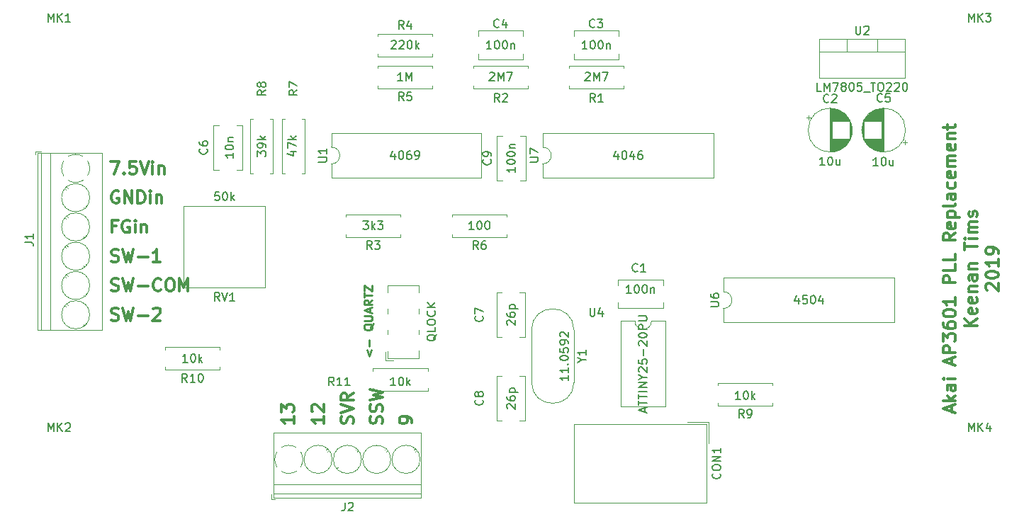
<source format=gbr>
G04 #@! TF.GenerationSoftware,KiCad,Pcbnew,5.1.3*
G04 #@! TF.CreationDate,2019-08-04T20:11:08-07:00*
G04 #@! TF.ProjectId,ap206-pll,61703230-362d-4706-9c6c-2e6b69636164,1*
G04 #@! TF.SameCoordinates,Original*
G04 #@! TF.FileFunction,Legend,Top*
G04 #@! TF.FilePolarity,Positive*
%FSLAX46Y46*%
G04 Gerber Fmt 4.6, Leading zero omitted, Abs format (unit mm)*
G04 Created by KiCad (PCBNEW 5.1.3) date 2019-08-04 20:11:08*
%MOMM*%
%LPD*%
G04 APERTURE LIST*
%ADD10C,0.300000*%
%ADD11C,0.250000*%
%ADD12C,0.120000*%
%ADD13C,0.150000*%
G04 APERTURE END LIST*
D10*
X156700000Y-92107142D02*
X156700000Y-91392857D01*
X157128571Y-92250000D02*
X155628571Y-91750000D01*
X157128571Y-91250000D01*
X157128571Y-90750000D02*
X155628571Y-90750000D01*
X156557142Y-90607142D02*
X157128571Y-90178571D01*
X156128571Y-90178571D02*
X156700000Y-90750000D01*
X157128571Y-88892857D02*
X156342857Y-88892857D01*
X156200000Y-88964285D01*
X156128571Y-89107142D01*
X156128571Y-89392857D01*
X156200000Y-89535714D01*
X157057142Y-88892857D02*
X157128571Y-89035714D01*
X157128571Y-89392857D01*
X157057142Y-89535714D01*
X156914285Y-89607142D01*
X156771428Y-89607142D01*
X156628571Y-89535714D01*
X156557142Y-89392857D01*
X156557142Y-89035714D01*
X156485714Y-88892857D01*
X157128571Y-88178571D02*
X156128571Y-88178571D01*
X155628571Y-88178571D02*
X155700000Y-88250000D01*
X155771428Y-88178571D01*
X155700000Y-88107142D01*
X155628571Y-88178571D01*
X155771428Y-88178571D01*
X156700000Y-86392857D02*
X156700000Y-85678571D01*
X157128571Y-86535714D02*
X155628571Y-86035714D01*
X157128571Y-85535714D01*
X157128571Y-85035714D02*
X155628571Y-85035714D01*
X155628571Y-84464285D01*
X155700000Y-84321428D01*
X155771428Y-84250000D01*
X155914285Y-84178571D01*
X156128571Y-84178571D01*
X156271428Y-84250000D01*
X156342857Y-84321428D01*
X156414285Y-84464285D01*
X156414285Y-85035714D01*
X155628571Y-83678571D02*
X155628571Y-82750000D01*
X156200000Y-83250000D01*
X156200000Y-83035714D01*
X156271428Y-82892857D01*
X156342857Y-82821428D01*
X156485714Y-82750000D01*
X156842857Y-82750000D01*
X156985714Y-82821428D01*
X157057142Y-82892857D01*
X157128571Y-83035714D01*
X157128571Y-83464285D01*
X157057142Y-83607142D01*
X156985714Y-83678571D01*
X155628571Y-81464285D02*
X155628571Y-81750000D01*
X155700000Y-81892857D01*
X155771428Y-81964285D01*
X155985714Y-82107142D01*
X156271428Y-82178571D01*
X156842857Y-82178571D01*
X156985714Y-82107142D01*
X157057142Y-82035714D01*
X157128571Y-81892857D01*
X157128571Y-81607142D01*
X157057142Y-81464285D01*
X156985714Y-81392857D01*
X156842857Y-81321428D01*
X156485714Y-81321428D01*
X156342857Y-81392857D01*
X156271428Y-81464285D01*
X156200000Y-81607142D01*
X156200000Y-81892857D01*
X156271428Y-82035714D01*
X156342857Y-82107142D01*
X156485714Y-82178571D01*
X155628571Y-80392857D02*
X155628571Y-80250000D01*
X155700000Y-80107142D01*
X155771428Y-80035714D01*
X155914285Y-79964285D01*
X156200000Y-79892857D01*
X156557142Y-79892857D01*
X156842857Y-79964285D01*
X156985714Y-80035714D01*
X157057142Y-80107142D01*
X157128571Y-80250000D01*
X157128571Y-80392857D01*
X157057142Y-80535714D01*
X156985714Y-80607142D01*
X156842857Y-80678571D01*
X156557142Y-80750000D01*
X156200000Y-80750000D01*
X155914285Y-80678571D01*
X155771428Y-80607142D01*
X155700000Y-80535714D01*
X155628571Y-80392857D01*
X157128571Y-78464285D02*
X157128571Y-79321428D01*
X157128571Y-78892857D02*
X155628571Y-78892857D01*
X155842857Y-79035714D01*
X155985714Y-79178571D01*
X156057142Y-79321428D01*
X157128571Y-76678571D02*
X155628571Y-76678571D01*
X155628571Y-76107142D01*
X155700000Y-75964285D01*
X155771428Y-75892857D01*
X155914285Y-75821428D01*
X156128571Y-75821428D01*
X156271428Y-75892857D01*
X156342857Y-75964285D01*
X156414285Y-76107142D01*
X156414285Y-76678571D01*
X157128571Y-74464285D02*
X157128571Y-75178571D01*
X155628571Y-75178571D01*
X157128571Y-73250000D02*
X157128571Y-73964285D01*
X155628571Y-73964285D01*
X157128571Y-70750000D02*
X156414285Y-71250000D01*
X157128571Y-71607142D02*
X155628571Y-71607142D01*
X155628571Y-71035714D01*
X155700000Y-70892857D01*
X155771428Y-70821428D01*
X155914285Y-70750000D01*
X156128571Y-70750000D01*
X156271428Y-70821428D01*
X156342857Y-70892857D01*
X156414285Y-71035714D01*
X156414285Y-71607142D01*
X157057142Y-69535714D02*
X157128571Y-69678571D01*
X157128571Y-69964285D01*
X157057142Y-70107142D01*
X156914285Y-70178571D01*
X156342857Y-70178571D01*
X156200000Y-70107142D01*
X156128571Y-69964285D01*
X156128571Y-69678571D01*
X156200000Y-69535714D01*
X156342857Y-69464285D01*
X156485714Y-69464285D01*
X156628571Y-70178571D01*
X156128571Y-68821428D02*
X157628571Y-68821428D01*
X156200000Y-68821428D02*
X156128571Y-68678571D01*
X156128571Y-68392857D01*
X156200000Y-68250000D01*
X156271428Y-68178571D01*
X156414285Y-68107142D01*
X156842857Y-68107142D01*
X156985714Y-68178571D01*
X157057142Y-68250000D01*
X157128571Y-68392857D01*
X157128571Y-68678571D01*
X157057142Y-68821428D01*
X157128571Y-67250000D02*
X157057142Y-67392857D01*
X156914285Y-67464285D01*
X155628571Y-67464285D01*
X157128571Y-66035714D02*
X156342857Y-66035714D01*
X156200000Y-66107142D01*
X156128571Y-66250000D01*
X156128571Y-66535714D01*
X156200000Y-66678571D01*
X157057142Y-66035714D02*
X157128571Y-66178571D01*
X157128571Y-66535714D01*
X157057142Y-66678571D01*
X156914285Y-66750000D01*
X156771428Y-66750000D01*
X156628571Y-66678571D01*
X156557142Y-66535714D01*
X156557142Y-66178571D01*
X156485714Y-66035714D01*
X157057142Y-64678571D02*
X157128571Y-64821428D01*
X157128571Y-65107142D01*
X157057142Y-65250000D01*
X156985714Y-65321428D01*
X156842857Y-65392857D01*
X156414285Y-65392857D01*
X156271428Y-65321428D01*
X156200000Y-65250000D01*
X156128571Y-65107142D01*
X156128571Y-64821428D01*
X156200000Y-64678571D01*
X157057142Y-63464285D02*
X157128571Y-63607142D01*
X157128571Y-63892857D01*
X157057142Y-64035714D01*
X156914285Y-64107142D01*
X156342857Y-64107142D01*
X156200000Y-64035714D01*
X156128571Y-63892857D01*
X156128571Y-63607142D01*
X156200000Y-63464285D01*
X156342857Y-63392857D01*
X156485714Y-63392857D01*
X156628571Y-64107142D01*
X157128571Y-62750000D02*
X156128571Y-62750000D01*
X156271428Y-62750000D02*
X156200000Y-62678571D01*
X156128571Y-62535714D01*
X156128571Y-62321428D01*
X156200000Y-62178571D01*
X156342857Y-62107142D01*
X157128571Y-62107142D01*
X156342857Y-62107142D02*
X156200000Y-62035714D01*
X156128571Y-61892857D01*
X156128571Y-61678571D01*
X156200000Y-61535714D01*
X156342857Y-61464285D01*
X157128571Y-61464285D01*
X157057142Y-60178571D02*
X157128571Y-60321428D01*
X157128571Y-60607142D01*
X157057142Y-60750000D01*
X156914285Y-60821428D01*
X156342857Y-60821428D01*
X156200000Y-60750000D01*
X156128571Y-60607142D01*
X156128571Y-60321428D01*
X156200000Y-60178571D01*
X156342857Y-60107142D01*
X156485714Y-60107142D01*
X156628571Y-60821428D01*
X156128571Y-59464285D02*
X157128571Y-59464285D01*
X156271428Y-59464285D02*
X156200000Y-59392857D01*
X156128571Y-59250000D01*
X156128571Y-59035714D01*
X156200000Y-58892857D01*
X156342857Y-58821428D01*
X157128571Y-58821428D01*
X156128571Y-58321428D02*
X156128571Y-57750000D01*
X155628571Y-58107142D02*
X156914285Y-58107142D01*
X157057142Y-58035714D01*
X157128571Y-57892857D01*
X157128571Y-57750000D01*
X159678571Y-81821428D02*
X158178571Y-81821428D01*
X159678571Y-80964285D02*
X158821428Y-81607142D01*
X158178571Y-80964285D02*
X159035714Y-81821428D01*
X159607142Y-79750000D02*
X159678571Y-79892857D01*
X159678571Y-80178571D01*
X159607142Y-80321428D01*
X159464285Y-80392857D01*
X158892857Y-80392857D01*
X158750000Y-80321428D01*
X158678571Y-80178571D01*
X158678571Y-79892857D01*
X158750000Y-79750000D01*
X158892857Y-79678571D01*
X159035714Y-79678571D01*
X159178571Y-80392857D01*
X159607142Y-78464285D02*
X159678571Y-78607142D01*
X159678571Y-78892857D01*
X159607142Y-79035714D01*
X159464285Y-79107142D01*
X158892857Y-79107142D01*
X158750000Y-79035714D01*
X158678571Y-78892857D01*
X158678571Y-78607142D01*
X158750000Y-78464285D01*
X158892857Y-78392857D01*
X159035714Y-78392857D01*
X159178571Y-79107142D01*
X158678571Y-77750000D02*
X159678571Y-77750000D01*
X158821428Y-77750000D02*
X158750000Y-77678571D01*
X158678571Y-77535714D01*
X158678571Y-77321428D01*
X158750000Y-77178571D01*
X158892857Y-77107142D01*
X159678571Y-77107142D01*
X159678571Y-75750000D02*
X158892857Y-75750000D01*
X158750000Y-75821428D01*
X158678571Y-75964285D01*
X158678571Y-76250000D01*
X158750000Y-76392857D01*
X159607142Y-75750000D02*
X159678571Y-75892857D01*
X159678571Y-76250000D01*
X159607142Y-76392857D01*
X159464285Y-76464285D01*
X159321428Y-76464285D01*
X159178571Y-76392857D01*
X159107142Y-76250000D01*
X159107142Y-75892857D01*
X159035714Y-75750000D01*
X158678571Y-75035714D02*
X159678571Y-75035714D01*
X158821428Y-75035714D02*
X158750000Y-74964285D01*
X158678571Y-74821428D01*
X158678571Y-74607142D01*
X158750000Y-74464285D01*
X158892857Y-74392857D01*
X159678571Y-74392857D01*
X158178571Y-72750000D02*
X158178571Y-71892857D01*
X159678571Y-72321428D02*
X158178571Y-72321428D01*
X159678571Y-71392857D02*
X158678571Y-71392857D01*
X158178571Y-71392857D02*
X158250000Y-71464285D01*
X158321428Y-71392857D01*
X158250000Y-71321428D01*
X158178571Y-71392857D01*
X158321428Y-71392857D01*
X159678571Y-70678571D02*
X158678571Y-70678571D01*
X158821428Y-70678571D02*
X158750000Y-70607142D01*
X158678571Y-70464285D01*
X158678571Y-70250000D01*
X158750000Y-70107142D01*
X158892857Y-70035714D01*
X159678571Y-70035714D01*
X158892857Y-70035714D02*
X158750000Y-69964285D01*
X158678571Y-69821428D01*
X158678571Y-69607142D01*
X158750000Y-69464285D01*
X158892857Y-69392857D01*
X159678571Y-69392857D01*
X159607142Y-68750000D02*
X159678571Y-68607142D01*
X159678571Y-68321428D01*
X159607142Y-68178571D01*
X159464285Y-68107142D01*
X159392857Y-68107142D01*
X159250000Y-68178571D01*
X159178571Y-68321428D01*
X159178571Y-68535714D01*
X159107142Y-68678571D01*
X158964285Y-68750000D01*
X158892857Y-68750000D01*
X158750000Y-68678571D01*
X158678571Y-68535714D01*
X158678571Y-68321428D01*
X158750000Y-68178571D01*
X160871428Y-77571428D02*
X160800000Y-77500000D01*
X160728571Y-77357142D01*
X160728571Y-77000000D01*
X160800000Y-76857142D01*
X160871428Y-76785714D01*
X161014285Y-76714285D01*
X161157142Y-76714285D01*
X161371428Y-76785714D01*
X162228571Y-77642857D01*
X162228571Y-76714285D01*
X160728571Y-75785714D02*
X160728571Y-75642857D01*
X160800000Y-75500000D01*
X160871428Y-75428571D01*
X161014285Y-75357142D01*
X161300000Y-75285714D01*
X161657142Y-75285714D01*
X161942857Y-75357142D01*
X162085714Y-75428571D01*
X162157142Y-75500000D01*
X162228571Y-75642857D01*
X162228571Y-75785714D01*
X162157142Y-75928571D01*
X162085714Y-76000000D01*
X161942857Y-76071428D01*
X161657142Y-76142857D01*
X161300000Y-76142857D01*
X161014285Y-76071428D01*
X160871428Y-76000000D01*
X160800000Y-75928571D01*
X160728571Y-75785714D01*
X162228571Y-73857142D02*
X162228571Y-74714285D01*
X162228571Y-74285714D02*
X160728571Y-74285714D01*
X160942857Y-74428571D01*
X161085714Y-74571428D01*
X161157142Y-74714285D01*
X162228571Y-73142857D02*
X162228571Y-72857142D01*
X162157142Y-72714285D01*
X162085714Y-72642857D01*
X161871428Y-72500000D01*
X161585714Y-72428571D01*
X161014285Y-72428571D01*
X160871428Y-72500000D01*
X160800000Y-72571428D01*
X160728571Y-72714285D01*
X160728571Y-73000000D01*
X160800000Y-73142857D01*
X160871428Y-73214285D01*
X161014285Y-73285714D01*
X161371428Y-73285714D01*
X161514285Y-73214285D01*
X161585714Y-73142857D01*
X161657142Y-73000000D01*
X161657142Y-72714285D01*
X161585714Y-72571428D01*
X161514285Y-72500000D01*
X161371428Y-72428571D01*
X88607142Y-93519285D02*
X88678571Y-93305000D01*
X88678571Y-92947857D01*
X88607142Y-92805000D01*
X88535714Y-92733571D01*
X88392857Y-92662142D01*
X88250000Y-92662142D01*
X88107142Y-92733571D01*
X88035714Y-92805000D01*
X87964285Y-92947857D01*
X87892857Y-93233571D01*
X87821428Y-93376428D01*
X87750000Y-93447857D01*
X87607142Y-93519285D01*
X87464285Y-93519285D01*
X87321428Y-93447857D01*
X87250000Y-93376428D01*
X87178571Y-93233571D01*
X87178571Y-92876428D01*
X87250000Y-92662142D01*
X88607142Y-92090714D02*
X88678571Y-91876428D01*
X88678571Y-91519285D01*
X88607142Y-91376428D01*
X88535714Y-91305000D01*
X88392857Y-91233571D01*
X88250000Y-91233571D01*
X88107142Y-91305000D01*
X88035714Y-91376428D01*
X87964285Y-91519285D01*
X87892857Y-91805000D01*
X87821428Y-91947857D01*
X87750000Y-92019285D01*
X87607142Y-92090714D01*
X87464285Y-92090714D01*
X87321428Y-92019285D01*
X87250000Y-91947857D01*
X87178571Y-91805000D01*
X87178571Y-91447857D01*
X87250000Y-91233571D01*
X87178571Y-90733571D02*
X88678571Y-90376428D01*
X87607142Y-90090714D01*
X88678571Y-89805000D01*
X87178571Y-89447857D01*
X85107142Y-93519285D02*
X85178571Y-93305000D01*
X85178571Y-92947857D01*
X85107142Y-92805000D01*
X85035714Y-92733571D01*
X84892857Y-92662142D01*
X84750000Y-92662142D01*
X84607142Y-92733571D01*
X84535714Y-92805000D01*
X84464285Y-92947857D01*
X84392857Y-93233571D01*
X84321428Y-93376428D01*
X84250000Y-93447857D01*
X84107142Y-93519285D01*
X83964285Y-93519285D01*
X83821428Y-93447857D01*
X83750000Y-93376428D01*
X83678571Y-93233571D01*
X83678571Y-92876428D01*
X83750000Y-92662142D01*
X83678571Y-92233571D02*
X85178571Y-91733571D01*
X83678571Y-91233571D01*
X85178571Y-89876428D02*
X84464285Y-90376428D01*
X85178571Y-90733571D02*
X83678571Y-90733571D01*
X83678571Y-90162142D01*
X83750000Y-90019285D01*
X83821428Y-89947857D01*
X83964285Y-89876428D01*
X84178571Y-89876428D01*
X84321428Y-89947857D01*
X84392857Y-90019285D01*
X84464285Y-90162142D01*
X84464285Y-90733571D01*
X92178571Y-93376428D02*
X92178571Y-93090714D01*
X92107142Y-92947857D01*
X92035714Y-92876428D01*
X91821428Y-92733571D01*
X91535714Y-92662142D01*
X90964285Y-92662142D01*
X90821428Y-92733571D01*
X90750000Y-92805000D01*
X90678571Y-92947857D01*
X90678571Y-93233571D01*
X90750000Y-93376428D01*
X90821428Y-93447857D01*
X90964285Y-93519285D01*
X91321428Y-93519285D01*
X91464285Y-93447857D01*
X91535714Y-93376428D01*
X91607142Y-93233571D01*
X91607142Y-92947857D01*
X91535714Y-92805000D01*
X91464285Y-92733571D01*
X91321428Y-92662142D01*
X81678571Y-92662142D02*
X81678571Y-93519285D01*
X81678571Y-93090714D02*
X80178571Y-93090714D01*
X80392857Y-93233571D01*
X80535714Y-93376428D01*
X80607142Y-93519285D01*
X80321428Y-92090714D02*
X80250000Y-92019285D01*
X80178571Y-91876428D01*
X80178571Y-91519285D01*
X80250000Y-91376428D01*
X80321428Y-91305000D01*
X80464285Y-91233571D01*
X80607142Y-91233571D01*
X80821428Y-91305000D01*
X81678571Y-92162142D01*
X81678571Y-91233571D01*
X78072371Y-92662142D02*
X78072371Y-93519285D01*
X78072371Y-93090714D02*
X76572371Y-93090714D01*
X76786657Y-93233571D01*
X76929514Y-93376428D01*
X77000942Y-93519285D01*
X76572371Y-92162142D02*
X76572371Y-91233571D01*
X77143800Y-91733571D01*
X77143800Y-91519285D01*
X77215228Y-91376428D01*
X77286657Y-91305000D01*
X77429514Y-91233571D01*
X77786657Y-91233571D01*
X77929514Y-91305000D01*
X78000942Y-91376428D01*
X78072371Y-91519285D01*
X78072371Y-91947857D01*
X78000942Y-92090714D01*
X77929514Y-92162142D01*
D11*
X86780714Y-84732380D02*
X87066428Y-85494285D01*
X87352142Y-84732380D01*
X87066428Y-84256190D02*
X87066428Y-83494285D01*
X87542619Y-81589523D02*
X87495000Y-81684761D01*
X87399761Y-81780000D01*
X87256904Y-81922857D01*
X87209285Y-82018095D01*
X87209285Y-82113333D01*
X87447380Y-82065714D02*
X87399761Y-82160952D01*
X87304523Y-82256190D01*
X87114047Y-82303809D01*
X86780714Y-82303809D01*
X86590238Y-82256190D01*
X86495000Y-82160952D01*
X86447380Y-82065714D01*
X86447380Y-81875238D01*
X86495000Y-81780000D01*
X86590238Y-81684761D01*
X86780714Y-81637142D01*
X87114047Y-81637142D01*
X87304523Y-81684761D01*
X87399761Y-81780000D01*
X87447380Y-81875238D01*
X87447380Y-82065714D01*
X86447380Y-81208571D02*
X87256904Y-81208571D01*
X87352142Y-81160952D01*
X87399761Y-81113333D01*
X87447380Y-81018095D01*
X87447380Y-80827619D01*
X87399761Y-80732380D01*
X87352142Y-80684761D01*
X87256904Y-80637142D01*
X86447380Y-80637142D01*
X87161666Y-80208571D02*
X87161666Y-79732380D01*
X87447380Y-80303809D02*
X86447380Y-79970476D01*
X87447380Y-79637142D01*
X87447380Y-78732380D02*
X86971190Y-79065714D01*
X87447380Y-79303809D02*
X86447380Y-79303809D01*
X86447380Y-78922857D01*
X86495000Y-78827619D01*
X86542619Y-78780000D01*
X86637857Y-78732380D01*
X86780714Y-78732380D01*
X86875952Y-78780000D01*
X86923571Y-78827619D01*
X86971190Y-78922857D01*
X86971190Y-79303809D01*
X86447380Y-78446666D02*
X86447380Y-77875238D01*
X87447380Y-78160952D02*
X86447380Y-78160952D01*
X86447380Y-77637142D02*
X86447380Y-76970476D01*
X87447380Y-77637142D01*
X87447380Y-76970476D01*
D10*
X56280714Y-81107142D02*
X56495000Y-81178571D01*
X56852142Y-81178571D01*
X56995000Y-81107142D01*
X57066428Y-81035714D01*
X57137857Y-80892857D01*
X57137857Y-80750000D01*
X57066428Y-80607142D01*
X56995000Y-80535714D01*
X56852142Y-80464285D01*
X56566428Y-80392857D01*
X56423571Y-80321428D01*
X56352142Y-80250000D01*
X56280714Y-80107142D01*
X56280714Y-79964285D01*
X56352142Y-79821428D01*
X56423571Y-79750000D01*
X56566428Y-79678571D01*
X56923571Y-79678571D01*
X57137857Y-79750000D01*
X57637857Y-79678571D02*
X57995000Y-81178571D01*
X58280714Y-80107142D01*
X58566428Y-81178571D01*
X58923571Y-79678571D01*
X59495000Y-80607142D02*
X60637857Y-80607142D01*
X61280714Y-79821428D02*
X61352142Y-79750000D01*
X61495000Y-79678571D01*
X61852142Y-79678571D01*
X61995000Y-79750000D01*
X62066428Y-79821428D01*
X62137857Y-79964285D01*
X62137857Y-80107142D01*
X62066428Y-80321428D01*
X61209285Y-81178571D01*
X62137857Y-81178571D01*
X56280714Y-77607142D02*
X56495000Y-77678571D01*
X56852142Y-77678571D01*
X56995000Y-77607142D01*
X57066428Y-77535714D01*
X57137857Y-77392857D01*
X57137857Y-77250000D01*
X57066428Y-77107142D01*
X56995000Y-77035714D01*
X56852142Y-76964285D01*
X56566428Y-76892857D01*
X56423571Y-76821428D01*
X56352142Y-76750000D01*
X56280714Y-76607142D01*
X56280714Y-76464285D01*
X56352142Y-76321428D01*
X56423571Y-76250000D01*
X56566428Y-76178571D01*
X56923571Y-76178571D01*
X57137857Y-76250000D01*
X57637857Y-76178571D02*
X57995000Y-77678571D01*
X58280714Y-76607142D01*
X58566428Y-77678571D01*
X58923571Y-76178571D01*
X59495000Y-77107142D02*
X60637857Y-77107142D01*
X62209285Y-77535714D02*
X62137857Y-77607142D01*
X61923571Y-77678571D01*
X61780714Y-77678571D01*
X61566428Y-77607142D01*
X61423571Y-77464285D01*
X61352142Y-77321428D01*
X61280714Y-77035714D01*
X61280714Y-76821428D01*
X61352142Y-76535714D01*
X61423571Y-76392857D01*
X61566428Y-76250000D01*
X61780714Y-76178571D01*
X61923571Y-76178571D01*
X62137857Y-76250000D01*
X62209285Y-76321428D01*
X63137857Y-76178571D02*
X63423571Y-76178571D01*
X63566428Y-76250000D01*
X63709285Y-76392857D01*
X63780714Y-76678571D01*
X63780714Y-77178571D01*
X63709285Y-77464285D01*
X63566428Y-77607142D01*
X63423571Y-77678571D01*
X63137857Y-77678571D01*
X62995000Y-77607142D01*
X62852142Y-77464285D01*
X62780714Y-77178571D01*
X62780714Y-76678571D01*
X62852142Y-76392857D01*
X62995000Y-76250000D01*
X63137857Y-76178571D01*
X64423571Y-77678571D02*
X64423571Y-76178571D01*
X64923571Y-77250000D01*
X65423571Y-76178571D01*
X65423571Y-77678571D01*
X56280714Y-74107142D02*
X56495000Y-74178571D01*
X56852142Y-74178571D01*
X56995000Y-74107142D01*
X57066428Y-74035714D01*
X57137857Y-73892857D01*
X57137857Y-73750000D01*
X57066428Y-73607142D01*
X56995000Y-73535714D01*
X56852142Y-73464285D01*
X56566428Y-73392857D01*
X56423571Y-73321428D01*
X56352142Y-73250000D01*
X56280714Y-73107142D01*
X56280714Y-72964285D01*
X56352142Y-72821428D01*
X56423571Y-72750000D01*
X56566428Y-72678571D01*
X56923571Y-72678571D01*
X57137857Y-72750000D01*
X57637857Y-72678571D02*
X57995000Y-74178571D01*
X58280714Y-73107142D01*
X58566428Y-74178571D01*
X58923571Y-72678571D01*
X59495000Y-73607142D02*
X60637857Y-73607142D01*
X62137857Y-74178571D02*
X61280714Y-74178571D01*
X61709285Y-74178571D02*
X61709285Y-72678571D01*
X61566428Y-72892857D01*
X61423571Y-73035714D01*
X61280714Y-73107142D01*
X56852142Y-69892857D02*
X56352142Y-69892857D01*
X56352142Y-70678571D02*
X56352142Y-69178571D01*
X57066428Y-69178571D01*
X58423571Y-69250000D02*
X58280714Y-69178571D01*
X58066428Y-69178571D01*
X57852142Y-69250000D01*
X57709285Y-69392857D01*
X57637857Y-69535714D01*
X57566428Y-69821428D01*
X57566428Y-70035714D01*
X57637857Y-70321428D01*
X57709285Y-70464285D01*
X57852142Y-70607142D01*
X58066428Y-70678571D01*
X58209285Y-70678571D01*
X58423571Y-70607142D01*
X58495000Y-70535714D01*
X58495000Y-70035714D01*
X58209285Y-70035714D01*
X59137857Y-70678571D02*
X59137857Y-69678571D01*
X59137857Y-69178571D02*
X59066428Y-69250000D01*
X59137857Y-69321428D01*
X59209285Y-69250000D01*
X59137857Y-69178571D01*
X59137857Y-69321428D01*
X59852142Y-69678571D02*
X59852142Y-70678571D01*
X59852142Y-69821428D02*
X59923571Y-69750000D01*
X60066428Y-69678571D01*
X60280714Y-69678571D01*
X60423571Y-69750000D01*
X60495000Y-69892857D01*
X60495000Y-70678571D01*
X57137857Y-65750000D02*
X56995000Y-65678571D01*
X56780714Y-65678571D01*
X56566428Y-65750000D01*
X56423571Y-65892857D01*
X56352142Y-66035714D01*
X56280714Y-66321428D01*
X56280714Y-66535714D01*
X56352142Y-66821428D01*
X56423571Y-66964285D01*
X56566428Y-67107142D01*
X56780714Y-67178571D01*
X56923571Y-67178571D01*
X57137857Y-67107142D01*
X57209285Y-67035714D01*
X57209285Y-66535714D01*
X56923571Y-66535714D01*
X57852142Y-67178571D02*
X57852142Y-65678571D01*
X58709285Y-67178571D01*
X58709285Y-65678571D01*
X59423571Y-67178571D02*
X59423571Y-65678571D01*
X59780714Y-65678571D01*
X59995000Y-65750000D01*
X60137857Y-65892857D01*
X60209285Y-66035714D01*
X60280714Y-66321428D01*
X60280714Y-66535714D01*
X60209285Y-66821428D01*
X60137857Y-66964285D01*
X59995000Y-67107142D01*
X59780714Y-67178571D01*
X59423571Y-67178571D01*
X60923571Y-67178571D02*
X60923571Y-66178571D01*
X60923571Y-65678571D02*
X60852142Y-65750000D01*
X60923571Y-65821428D01*
X60995000Y-65750000D01*
X60923571Y-65678571D01*
X60923571Y-65821428D01*
X61637857Y-66178571D02*
X61637857Y-67178571D01*
X61637857Y-66321428D02*
X61709285Y-66250000D01*
X61852142Y-66178571D01*
X62066428Y-66178571D01*
X62209285Y-66250000D01*
X62280714Y-66392857D01*
X62280714Y-67178571D01*
X56209285Y-62178571D02*
X57209285Y-62178571D01*
X56566428Y-63678571D01*
X57780714Y-63535714D02*
X57852142Y-63607142D01*
X57780714Y-63678571D01*
X57709285Y-63607142D01*
X57780714Y-63535714D01*
X57780714Y-63678571D01*
X59209285Y-62178571D02*
X58495000Y-62178571D01*
X58423571Y-62892857D01*
X58495000Y-62821428D01*
X58637857Y-62750000D01*
X58995000Y-62750000D01*
X59137857Y-62821428D01*
X59209285Y-62892857D01*
X59280714Y-63035714D01*
X59280714Y-63392857D01*
X59209285Y-63535714D01*
X59137857Y-63607142D01*
X58995000Y-63678571D01*
X58637857Y-63678571D01*
X58495000Y-63607142D01*
X58423571Y-63535714D01*
X59709285Y-62178571D02*
X60209285Y-63678571D01*
X60709285Y-62178571D01*
X61209285Y-63678571D02*
X61209285Y-62678571D01*
X61209285Y-62178571D02*
X61137857Y-62250000D01*
X61209285Y-62321428D01*
X61280714Y-62250000D01*
X61209285Y-62178571D01*
X61209285Y-62321428D01*
X61923571Y-62678571D02*
X61923571Y-63678571D01*
X61923571Y-62821428D02*
X61995000Y-62750000D01*
X62137857Y-62678571D01*
X62352142Y-62678571D01*
X62495000Y-62750000D01*
X62566428Y-62892857D01*
X62566428Y-63678571D01*
D12*
X151150000Y-58420000D02*
G75*
G03X151150000Y-58420000I-2620000J0D01*
G01*
X148530000Y-61000000D02*
X148530000Y-55840000D01*
X148490000Y-61000000D02*
X148490000Y-55840000D01*
X148450000Y-60999000D02*
X148450000Y-55841000D01*
X148410000Y-60998000D02*
X148410000Y-55842000D01*
X148370000Y-60996000D02*
X148370000Y-55844000D01*
X148330000Y-60993000D02*
X148330000Y-55847000D01*
X148290000Y-60989000D02*
X148290000Y-59460000D01*
X148290000Y-57380000D02*
X148290000Y-55851000D01*
X148250000Y-60985000D02*
X148250000Y-59460000D01*
X148250000Y-57380000D02*
X148250000Y-55855000D01*
X148210000Y-60981000D02*
X148210000Y-59460000D01*
X148210000Y-57380000D02*
X148210000Y-55859000D01*
X148170000Y-60976000D02*
X148170000Y-59460000D01*
X148170000Y-57380000D02*
X148170000Y-55864000D01*
X148130000Y-60970000D02*
X148130000Y-59460000D01*
X148130000Y-57380000D02*
X148130000Y-55870000D01*
X148090000Y-60963000D02*
X148090000Y-59460000D01*
X148090000Y-57380000D02*
X148090000Y-55877000D01*
X148050000Y-60956000D02*
X148050000Y-59460000D01*
X148050000Y-57380000D02*
X148050000Y-55884000D01*
X148010000Y-60948000D02*
X148010000Y-59460000D01*
X148010000Y-57380000D02*
X148010000Y-55892000D01*
X147970000Y-60940000D02*
X147970000Y-59460000D01*
X147970000Y-57380000D02*
X147970000Y-55900000D01*
X147930000Y-60931000D02*
X147930000Y-59460000D01*
X147930000Y-57380000D02*
X147930000Y-55909000D01*
X147890000Y-60921000D02*
X147890000Y-59460000D01*
X147890000Y-57380000D02*
X147890000Y-55919000D01*
X147850000Y-60911000D02*
X147850000Y-59460000D01*
X147850000Y-57380000D02*
X147850000Y-55929000D01*
X147809000Y-60900000D02*
X147809000Y-59460000D01*
X147809000Y-57380000D02*
X147809000Y-55940000D01*
X147769000Y-60888000D02*
X147769000Y-59460000D01*
X147769000Y-57380000D02*
X147769000Y-55952000D01*
X147729000Y-60875000D02*
X147729000Y-59460000D01*
X147729000Y-57380000D02*
X147729000Y-55965000D01*
X147689000Y-60862000D02*
X147689000Y-59460000D01*
X147689000Y-57380000D02*
X147689000Y-55978000D01*
X147649000Y-60848000D02*
X147649000Y-59460000D01*
X147649000Y-57380000D02*
X147649000Y-55992000D01*
X147609000Y-60834000D02*
X147609000Y-59460000D01*
X147609000Y-57380000D02*
X147609000Y-56006000D01*
X147569000Y-60818000D02*
X147569000Y-59460000D01*
X147569000Y-57380000D02*
X147569000Y-56022000D01*
X147529000Y-60802000D02*
X147529000Y-59460000D01*
X147529000Y-57380000D02*
X147529000Y-56038000D01*
X147489000Y-60785000D02*
X147489000Y-59460000D01*
X147489000Y-57380000D02*
X147489000Y-56055000D01*
X147449000Y-60768000D02*
X147449000Y-59460000D01*
X147449000Y-57380000D02*
X147449000Y-56072000D01*
X147409000Y-60749000D02*
X147409000Y-59460000D01*
X147409000Y-57380000D02*
X147409000Y-56091000D01*
X147369000Y-60730000D02*
X147369000Y-59460000D01*
X147369000Y-57380000D02*
X147369000Y-56110000D01*
X147329000Y-60710000D02*
X147329000Y-59460000D01*
X147329000Y-57380000D02*
X147329000Y-56130000D01*
X147289000Y-60688000D02*
X147289000Y-59460000D01*
X147289000Y-57380000D02*
X147289000Y-56152000D01*
X147249000Y-60667000D02*
X147249000Y-59460000D01*
X147249000Y-57380000D02*
X147249000Y-56173000D01*
X147209000Y-60644000D02*
X147209000Y-59460000D01*
X147209000Y-57380000D02*
X147209000Y-56196000D01*
X147169000Y-60620000D02*
X147169000Y-59460000D01*
X147169000Y-57380000D02*
X147169000Y-56220000D01*
X147129000Y-60595000D02*
X147129000Y-59460000D01*
X147129000Y-57380000D02*
X147129000Y-56245000D01*
X147089000Y-60569000D02*
X147089000Y-59460000D01*
X147089000Y-57380000D02*
X147089000Y-56271000D01*
X147049000Y-60542000D02*
X147049000Y-59460000D01*
X147049000Y-57380000D02*
X147049000Y-56298000D01*
X147009000Y-60515000D02*
X147009000Y-59460000D01*
X147009000Y-57380000D02*
X147009000Y-56325000D01*
X146969000Y-60485000D02*
X146969000Y-59460000D01*
X146969000Y-57380000D02*
X146969000Y-56355000D01*
X146929000Y-60455000D02*
X146929000Y-59460000D01*
X146929000Y-57380000D02*
X146929000Y-56385000D01*
X146889000Y-60424000D02*
X146889000Y-59460000D01*
X146889000Y-57380000D02*
X146889000Y-56416000D01*
X146849000Y-60391000D02*
X146849000Y-59460000D01*
X146849000Y-57380000D02*
X146849000Y-56449000D01*
X146809000Y-60357000D02*
X146809000Y-59460000D01*
X146809000Y-57380000D02*
X146809000Y-56483000D01*
X146769000Y-60321000D02*
X146769000Y-59460000D01*
X146769000Y-57380000D02*
X146769000Y-56519000D01*
X146729000Y-60284000D02*
X146729000Y-59460000D01*
X146729000Y-57380000D02*
X146729000Y-56556000D01*
X146689000Y-60246000D02*
X146689000Y-59460000D01*
X146689000Y-57380000D02*
X146689000Y-56594000D01*
X146649000Y-60205000D02*
X146649000Y-59460000D01*
X146649000Y-57380000D02*
X146649000Y-56635000D01*
X146609000Y-60163000D02*
X146609000Y-59460000D01*
X146609000Y-57380000D02*
X146609000Y-56677000D01*
X146569000Y-60119000D02*
X146569000Y-59460000D01*
X146569000Y-57380000D02*
X146569000Y-56721000D01*
X146529000Y-60073000D02*
X146529000Y-59460000D01*
X146529000Y-57380000D02*
X146529000Y-56767000D01*
X146489000Y-60025000D02*
X146489000Y-59460000D01*
X146489000Y-57380000D02*
X146489000Y-56815000D01*
X146449000Y-59974000D02*
X146449000Y-59460000D01*
X146449000Y-57380000D02*
X146449000Y-56866000D01*
X146409000Y-59920000D02*
X146409000Y-59460000D01*
X146409000Y-57380000D02*
X146409000Y-56920000D01*
X146369000Y-59863000D02*
X146369000Y-59460000D01*
X146369000Y-57380000D02*
X146369000Y-56977000D01*
X146329000Y-59803000D02*
X146329000Y-59460000D01*
X146329000Y-57380000D02*
X146329000Y-57037000D01*
X146289000Y-59739000D02*
X146289000Y-59460000D01*
X146289000Y-57380000D02*
X146289000Y-57101000D01*
X146249000Y-59671000D02*
X146249000Y-59460000D01*
X146249000Y-57380000D02*
X146249000Y-57169000D01*
X146209000Y-59598000D02*
X146209000Y-57242000D01*
X146169000Y-59518000D02*
X146169000Y-57322000D01*
X146129000Y-59431000D02*
X146129000Y-57409000D01*
X146089000Y-59335000D02*
X146089000Y-57505000D01*
X146049000Y-59225000D02*
X146049000Y-57615000D01*
X146009000Y-59097000D02*
X146009000Y-57743000D01*
X145969000Y-58938000D02*
X145969000Y-57902000D01*
X145929000Y-58704000D02*
X145929000Y-58136000D01*
X151334775Y-59895000D02*
X150834775Y-59895000D01*
X151084775Y-60145000D02*
X151084775Y-59645000D01*
X122170000Y-79721000D02*
X116830000Y-79721000D01*
X122170000Y-76279000D02*
X116830000Y-76279000D01*
X122170000Y-79721000D02*
X122170000Y-79055000D01*
X122170000Y-76945000D02*
X122170000Y-76279000D01*
X116830000Y-79721000D02*
X116830000Y-79055000D01*
X116830000Y-76945000D02*
X116830000Y-76279000D01*
X139585225Y-56695000D02*
X139585225Y-57195000D01*
X139335225Y-56945000D02*
X139835225Y-56945000D01*
X144741000Y-58136000D02*
X144741000Y-58704000D01*
X144701000Y-57902000D02*
X144701000Y-58938000D01*
X144661000Y-57743000D02*
X144661000Y-59097000D01*
X144621000Y-57615000D02*
X144621000Y-59225000D01*
X144581000Y-57505000D02*
X144581000Y-59335000D01*
X144541000Y-57409000D02*
X144541000Y-59431000D01*
X144501000Y-57322000D02*
X144501000Y-59518000D01*
X144461000Y-57242000D02*
X144461000Y-59598000D01*
X144421000Y-59460000D02*
X144421000Y-59671000D01*
X144421000Y-57169000D02*
X144421000Y-57380000D01*
X144381000Y-59460000D02*
X144381000Y-59739000D01*
X144381000Y-57101000D02*
X144381000Y-57380000D01*
X144341000Y-59460000D02*
X144341000Y-59803000D01*
X144341000Y-57037000D02*
X144341000Y-57380000D01*
X144301000Y-59460000D02*
X144301000Y-59863000D01*
X144301000Y-56977000D02*
X144301000Y-57380000D01*
X144261000Y-59460000D02*
X144261000Y-59920000D01*
X144261000Y-56920000D02*
X144261000Y-57380000D01*
X144221000Y-59460000D02*
X144221000Y-59974000D01*
X144221000Y-56866000D02*
X144221000Y-57380000D01*
X144181000Y-59460000D02*
X144181000Y-60025000D01*
X144181000Y-56815000D02*
X144181000Y-57380000D01*
X144141000Y-59460000D02*
X144141000Y-60073000D01*
X144141000Y-56767000D02*
X144141000Y-57380000D01*
X144101000Y-59460000D02*
X144101000Y-60119000D01*
X144101000Y-56721000D02*
X144101000Y-57380000D01*
X144061000Y-59460000D02*
X144061000Y-60163000D01*
X144061000Y-56677000D02*
X144061000Y-57380000D01*
X144021000Y-59460000D02*
X144021000Y-60205000D01*
X144021000Y-56635000D02*
X144021000Y-57380000D01*
X143981000Y-59460000D02*
X143981000Y-60246000D01*
X143981000Y-56594000D02*
X143981000Y-57380000D01*
X143941000Y-59460000D02*
X143941000Y-60284000D01*
X143941000Y-56556000D02*
X143941000Y-57380000D01*
X143901000Y-59460000D02*
X143901000Y-60321000D01*
X143901000Y-56519000D02*
X143901000Y-57380000D01*
X143861000Y-59460000D02*
X143861000Y-60357000D01*
X143861000Y-56483000D02*
X143861000Y-57380000D01*
X143821000Y-59460000D02*
X143821000Y-60391000D01*
X143821000Y-56449000D02*
X143821000Y-57380000D01*
X143781000Y-59460000D02*
X143781000Y-60424000D01*
X143781000Y-56416000D02*
X143781000Y-57380000D01*
X143741000Y-59460000D02*
X143741000Y-60455000D01*
X143741000Y-56385000D02*
X143741000Y-57380000D01*
X143701000Y-59460000D02*
X143701000Y-60485000D01*
X143701000Y-56355000D02*
X143701000Y-57380000D01*
X143661000Y-59460000D02*
X143661000Y-60515000D01*
X143661000Y-56325000D02*
X143661000Y-57380000D01*
X143621000Y-59460000D02*
X143621000Y-60542000D01*
X143621000Y-56298000D02*
X143621000Y-57380000D01*
X143581000Y-59460000D02*
X143581000Y-60569000D01*
X143581000Y-56271000D02*
X143581000Y-57380000D01*
X143541000Y-59460000D02*
X143541000Y-60595000D01*
X143541000Y-56245000D02*
X143541000Y-57380000D01*
X143501000Y-59460000D02*
X143501000Y-60620000D01*
X143501000Y-56220000D02*
X143501000Y-57380000D01*
X143461000Y-59460000D02*
X143461000Y-60644000D01*
X143461000Y-56196000D02*
X143461000Y-57380000D01*
X143421000Y-59460000D02*
X143421000Y-60667000D01*
X143421000Y-56173000D02*
X143421000Y-57380000D01*
X143381000Y-59460000D02*
X143381000Y-60688000D01*
X143381000Y-56152000D02*
X143381000Y-57380000D01*
X143341000Y-59460000D02*
X143341000Y-60710000D01*
X143341000Y-56130000D02*
X143341000Y-57380000D01*
X143301000Y-59460000D02*
X143301000Y-60730000D01*
X143301000Y-56110000D02*
X143301000Y-57380000D01*
X143261000Y-59460000D02*
X143261000Y-60749000D01*
X143261000Y-56091000D02*
X143261000Y-57380000D01*
X143221000Y-59460000D02*
X143221000Y-60768000D01*
X143221000Y-56072000D02*
X143221000Y-57380000D01*
X143181000Y-59460000D02*
X143181000Y-60785000D01*
X143181000Y-56055000D02*
X143181000Y-57380000D01*
X143141000Y-59460000D02*
X143141000Y-60802000D01*
X143141000Y-56038000D02*
X143141000Y-57380000D01*
X143101000Y-59460000D02*
X143101000Y-60818000D01*
X143101000Y-56022000D02*
X143101000Y-57380000D01*
X143061000Y-59460000D02*
X143061000Y-60834000D01*
X143061000Y-56006000D02*
X143061000Y-57380000D01*
X143021000Y-59460000D02*
X143021000Y-60848000D01*
X143021000Y-55992000D02*
X143021000Y-57380000D01*
X142981000Y-59460000D02*
X142981000Y-60862000D01*
X142981000Y-55978000D02*
X142981000Y-57380000D01*
X142941000Y-59460000D02*
X142941000Y-60875000D01*
X142941000Y-55965000D02*
X142941000Y-57380000D01*
X142901000Y-59460000D02*
X142901000Y-60888000D01*
X142901000Y-55952000D02*
X142901000Y-57380000D01*
X142861000Y-59460000D02*
X142861000Y-60900000D01*
X142861000Y-55940000D02*
X142861000Y-57380000D01*
X142820000Y-59460000D02*
X142820000Y-60911000D01*
X142820000Y-55929000D02*
X142820000Y-57380000D01*
X142780000Y-59460000D02*
X142780000Y-60921000D01*
X142780000Y-55919000D02*
X142780000Y-57380000D01*
X142740000Y-59460000D02*
X142740000Y-60931000D01*
X142740000Y-55909000D02*
X142740000Y-57380000D01*
X142700000Y-59460000D02*
X142700000Y-60940000D01*
X142700000Y-55900000D02*
X142700000Y-57380000D01*
X142660000Y-59460000D02*
X142660000Y-60948000D01*
X142660000Y-55892000D02*
X142660000Y-57380000D01*
X142620000Y-59460000D02*
X142620000Y-60956000D01*
X142620000Y-55884000D02*
X142620000Y-57380000D01*
X142580000Y-59460000D02*
X142580000Y-60963000D01*
X142580000Y-55877000D02*
X142580000Y-57380000D01*
X142540000Y-59460000D02*
X142540000Y-60970000D01*
X142540000Y-55870000D02*
X142540000Y-57380000D01*
X142500000Y-59460000D02*
X142500000Y-60976000D01*
X142500000Y-55864000D02*
X142500000Y-57380000D01*
X142460000Y-59460000D02*
X142460000Y-60981000D01*
X142460000Y-55859000D02*
X142460000Y-57380000D01*
X142420000Y-59460000D02*
X142420000Y-60985000D01*
X142420000Y-55855000D02*
X142420000Y-57380000D01*
X142380000Y-59460000D02*
X142380000Y-60989000D01*
X142380000Y-55851000D02*
X142380000Y-57380000D01*
X142340000Y-55847000D02*
X142340000Y-60993000D01*
X142300000Y-55844000D02*
X142300000Y-60996000D01*
X142260000Y-55842000D02*
X142260000Y-60998000D01*
X142220000Y-55841000D02*
X142220000Y-60999000D01*
X142180000Y-55840000D02*
X142180000Y-61000000D01*
X142140000Y-55840000D02*
X142140000Y-61000000D01*
X144760000Y-58420000D02*
G75*
G03X144760000Y-58420000I-2620000J0D01*
G01*
X116850000Y-49315000D02*
X116850000Y-49981000D01*
X116850000Y-46539000D02*
X116850000Y-47205000D01*
X111510000Y-49315000D02*
X111510000Y-49981000D01*
X111510000Y-46539000D02*
X111510000Y-47205000D01*
X111510000Y-49981000D02*
X116850000Y-49981000D01*
X111510000Y-46539000D02*
X116850000Y-46539000D01*
X105420000Y-49315000D02*
X105420000Y-49981000D01*
X105420000Y-46539000D02*
X105420000Y-47205000D01*
X100080000Y-49315000D02*
X100080000Y-49981000D01*
X100080000Y-46539000D02*
X100080000Y-47205000D01*
X100080000Y-49981000D02*
X105420000Y-49981000D01*
X100080000Y-46539000D02*
X105420000Y-46539000D01*
X71215000Y-57830000D02*
X71881000Y-57830000D01*
X68439000Y-57830000D02*
X69105000Y-57830000D01*
X71215000Y-63170000D02*
X71881000Y-63170000D01*
X68439000Y-63170000D02*
X69105000Y-63170000D01*
X71881000Y-63170000D02*
X71881000Y-57830000D01*
X68439000Y-63170000D02*
X68439000Y-57830000D01*
X105721000Y-77830000D02*
X105721000Y-83170000D01*
X102279000Y-77830000D02*
X102279000Y-83170000D01*
X105721000Y-77830000D02*
X105055000Y-77830000D01*
X102945000Y-77830000D02*
X102279000Y-77830000D01*
X105721000Y-83170000D02*
X105055000Y-83170000D01*
X102945000Y-83170000D02*
X102279000Y-83170000D01*
X102945000Y-93170000D02*
X102279000Y-93170000D01*
X105721000Y-93170000D02*
X105055000Y-93170000D01*
X102945000Y-87830000D02*
X102279000Y-87830000D01*
X105721000Y-87830000D02*
X105055000Y-87830000D01*
X102279000Y-87830000D02*
X102279000Y-93170000D01*
X105721000Y-87830000D02*
X105721000Y-93170000D01*
X102339000Y-64440000D02*
X102339000Y-59100000D01*
X105781000Y-64440000D02*
X105781000Y-59100000D01*
X102339000Y-64440000D02*
X103005000Y-64440000D01*
X105115000Y-64440000D02*
X105781000Y-64440000D01*
X102339000Y-59100000D02*
X103005000Y-59100000D01*
X105115000Y-59100000D02*
X105781000Y-59100000D01*
X127600000Y-93345000D02*
X127600000Y-95885000D01*
X127600000Y-93345000D02*
X125060000Y-93345000D01*
X127350000Y-93595000D02*
X127350000Y-102945000D01*
X111570000Y-93595000D02*
X127350000Y-93595000D01*
X111570000Y-102945000D02*
X111570000Y-93595000D01*
X127350000Y-102945000D02*
X111570000Y-102945000D01*
X110950000Y-51030000D02*
X110950000Y-50700000D01*
X110950000Y-50700000D02*
X117490000Y-50700000D01*
X117490000Y-50700000D02*
X117490000Y-51030000D01*
X110950000Y-53110000D02*
X110950000Y-53440000D01*
X110950000Y-53440000D02*
X117490000Y-53440000D01*
X117490000Y-53440000D02*
X117490000Y-53110000D01*
X106060000Y-53440000D02*
X106060000Y-53110000D01*
X99520000Y-53440000D02*
X106060000Y-53440000D01*
X99520000Y-53110000D02*
X99520000Y-53440000D01*
X106060000Y-50700000D02*
X106060000Y-51030000D01*
X99520000Y-50700000D02*
X106060000Y-50700000D01*
X99520000Y-51030000D02*
X99520000Y-50700000D01*
X84280000Y-68480000D02*
X84280000Y-68810000D01*
X90820000Y-68480000D02*
X84280000Y-68480000D01*
X90820000Y-68810000D02*
X90820000Y-68480000D01*
X84280000Y-71220000D02*
X84280000Y-70890000D01*
X90820000Y-71220000D02*
X84280000Y-71220000D01*
X90820000Y-70890000D02*
X90820000Y-71220000D01*
X94630000Y-49630000D02*
X94630000Y-49300000D01*
X88090000Y-49630000D02*
X94630000Y-49630000D01*
X88090000Y-49300000D02*
X88090000Y-49630000D01*
X94630000Y-46890000D02*
X94630000Y-47220000D01*
X88090000Y-46890000D02*
X94630000Y-46890000D01*
X88090000Y-47220000D02*
X88090000Y-46890000D01*
X88090000Y-50700000D02*
X88090000Y-51030000D01*
X94630000Y-50700000D02*
X88090000Y-50700000D01*
X94630000Y-51030000D02*
X94630000Y-50700000D01*
X88090000Y-53440000D02*
X88090000Y-53110000D01*
X94630000Y-53440000D02*
X88090000Y-53440000D01*
X94630000Y-53110000D02*
X94630000Y-53440000D01*
X103520000Y-70890000D02*
X103520000Y-71220000D01*
X103520000Y-71220000D02*
X96980000Y-71220000D01*
X96980000Y-71220000D02*
X96980000Y-70890000D01*
X103520000Y-68810000D02*
X103520000Y-68480000D01*
X103520000Y-68480000D02*
X96980000Y-68480000D01*
X96980000Y-68480000D02*
X96980000Y-68810000D01*
X76985000Y-63595000D02*
X76655000Y-63595000D01*
X76655000Y-63595000D02*
X76655000Y-57055000D01*
X76655000Y-57055000D02*
X76985000Y-57055000D01*
X79065000Y-63595000D02*
X79395000Y-63595000D01*
X79395000Y-63595000D02*
X79395000Y-57055000D01*
X79395000Y-57055000D02*
X79065000Y-57055000D01*
X72845000Y-63595000D02*
X73175000Y-63595000D01*
X72845000Y-57055000D02*
X72845000Y-63595000D01*
X73175000Y-57055000D02*
X72845000Y-57055000D01*
X75585000Y-63595000D02*
X75255000Y-63595000D01*
X75585000Y-57055000D02*
X75585000Y-63595000D01*
X75255000Y-57055000D02*
X75585000Y-57055000D01*
X135270000Y-91040000D02*
X135270000Y-91370000D01*
X135270000Y-91370000D02*
X128730000Y-91370000D01*
X128730000Y-91370000D02*
X128730000Y-91040000D01*
X135270000Y-88960000D02*
X135270000Y-88630000D01*
X135270000Y-88630000D02*
X128730000Y-88630000D01*
X128730000Y-88630000D02*
X128730000Y-88960000D01*
X64900000Y-77275000D02*
X64900000Y-67505000D01*
X74670000Y-77275000D02*
X74670000Y-67505000D01*
X74670000Y-67505000D02*
X64900000Y-67505000D01*
X74670000Y-77275000D02*
X64900000Y-77275000D01*
X147821000Y-47530000D02*
X147821000Y-49040000D01*
X144120000Y-47530000D02*
X144120000Y-49040000D01*
X140850000Y-49040000D02*
X151090000Y-49040000D01*
X151090000Y-47530000D02*
X151090000Y-52171000D01*
X140850000Y-47530000D02*
X140850000Y-52171000D01*
X140850000Y-52171000D02*
X151090000Y-52171000D01*
X140850000Y-47530000D02*
X151090000Y-47530000D01*
X122460000Y-81220000D02*
X120810000Y-81220000D01*
X122460000Y-91500000D02*
X122460000Y-81220000D01*
X117160000Y-91500000D02*
X122460000Y-91500000D01*
X117160000Y-81220000D02*
X117160000Y-91500000D01*
X118810000Y-81220000D02*
X117160000Y-81220000D01*
X120810000Y-81220000D02*
G75*
G02X118810000Y-81220000I-1000000J0D01*
G01*
X129400000Y-76090000D02*
X129400000Y-77740000D01*
X149840000Y-76090000D02*
X129400000Y-76090000D01*
X149840000Y-81390000D02*
X149840000Y-76090000D01*
X129400000Y-81390000D02*
X149840000Y-81390000D01*
X129400000Y-79740000D02*
X129400000Y-81390000D01*
X129400000Y-77740000D02*
G75*
G02X129400000Y-79740000I0J-1000000D01*
G01*
X107810000Y-60460000D02*
G75*
G02X107810000Y-62460000I0J-1000000D01*
G01*
X107810000Y-62460000D02*
X107810000Y-64110000D01*
X107810000Y-64110000D02*
X128250000Y-64110000D01*
X128250000Y-64110000D02*
X128250000Y-58810000D01*
X128250000Y-58810000D02*
X107810000Y-58810000D01*
X107810000Y-58810000D02*
X107810000Y-60460000D01*
X106475000Y-88565000D02*
G75*
G03X111525000Y-88565000I2525000J0D01*
G01*
X106475000Y-82315000D02*
G75*
G02X111525000Y-82315000I2525000J0D01*
G01*
X106475000Y-82315000D02*
X106475000Y-88565000D01*
X111525000Y-82315000D02*
X111525000Y-88565000D01*
X69230000Y-86765000D02*
X69230000Y-87095000D01*
X69230000Y-87095000D02*
X62690000Y-87095000D01*
X62690000Y-87095000D02*
X62690000Y-86765000D01*
X69230000Y-84685000D02*
X69230000Y-84355000D01*
X69230000Y-84355000D02*
X62690000Y-84355000D01*
X62690000Y-84355000D02*
X62690000Y-84685000D01*
X82560000Y-60460000D02*
G75*
G02X82560000Y-62460000I0J-1000000D01*
G01*
X82560000Y-62460000D02*
X82560000Y-64110000D01*
X82560000Y-64110000D02*
X100460000Y-64110000D01*
X100460000Y-64110000D02*
X100460000Y-58810000D01*
X100460000Y-58810000D02*
X82560000Y-58810000D01*
X82560000Y-58810000D02*
X82560000Y-60460000D01*
X50575279Y-63890264D02*
G75*
G02X50320000Y-63000000I1424721J890264D01*
G01*
X52890193Y-64425505D02*
G75*
G02X51109000Y-64425000I-890193J1425505D01*
G01*
X53425358Y-62110106D02*
G75*
G02X53440000Y-63866000I-1425358J-889894D01*
G01*
X51110106Y-61574642D02*
G75*
G02X52866000Y-61560000I889894J-1425358D01*
G01*
X50319901Y-63028674D02*
G75*
G02X50560000Y-62134000I1680099J28674D01*
G01*
X53680000Y-66500000D02*
G75*
G03X53680000Y-66500000I-1680000J0D01*
G01*
X53680000Y-70000000D02*
G75*
G03X53680000Y-70000000I-1680000J0D01*
G01*
X53680000Y-73500000D02*
G75*
G03X53680000Y-73500000I-1680000J0D01*
G01*
X53680000Y-77000000D02*
G75*
G03X53680000Y-77000000I-1680000J0D01*
G01*
X53680000Y-80500000D02*
G75*
G03X53680000Y-80500000I-1680000J0D01*
G01*
X47900000Y-61190000D02*
X47900000Y-82311000D01*
X49000000Y-61190000D02*
X49000000Y-82311000D01*
X55160000Y-61190000D02*
X55160000Y-82311000D01*
X47440000Y-61190000D02*
X47440000Y-82311000D01*
X55160000Y-61190000D02*
X47440000Y-61190000D01*
X55160000Y-82311000D02*
X47440000Y-82311000D01*
X53069000Y-67775000D02*
X52941000Y-67646000D01*
X50819000Y-65525000D02*
X50726000Y-65431000D01*
X53275000Y-67570000D02*
X53181000Y-67476000D01*
X51059000Y-65355000D02*
X50931000Y-65226000D01*
X53069000Y-71275000D02*
X52941000Y-71146000D01*
X50819000Y-69025000D02*
X50726000Y-68931000D01*
X53275000Y-71070000D02*
X53181000Y-70976000D01*
X51059000Y-68855000D02*
X50931000Y-68726000D01*
X53069000Y-74775000D02*
X52941000Y-74646000D01*
X50819000Y-72525000D02*
X50726000Y-72431000D01*
X53275000Y-74570000D02*
X53181000Y-74476000D01*
X51059000Y-72355000D02*
X50931000Y-72226000D01*
X53069000Y-78275000D02*
X52941000Y-78146000D01*
X50819000Y-76025000D02*
X50726000Y-75931000D01*
X53275000Y-78070000D02*
X53181000Y-77976000D01*
X51059000Y-75855000D02*
X50931000Y-75726000D01*
X53069000Y-81775000D02*
X52941000Y-81646000D01*
X50819000Y-79525000D02*
X50726000Y-79431000D01*
X53275000Y-81570000D02*
X53181000Y-81476000D01*
X51059000Y-79355000D02*
X50931000Y-79226000D01*
X47840000Y-60950000D02*
X47200000Y-60950000D01*
X47200000Y-60950000D02*
X47200000Y-61350000D01*
X78360264Y-99214721D02*
G75*
G02X77470000Y-99470000I-890264J1424721D01*
G01*
X78895505Y-96899807D02*
G75*
G02X78895000Y-98681000I-1425505J-890193D01*
G01*
X76580106Y-96364642D02*
G75*
G02X78336000Y-96350000I889894J-1425358D01*
G01*
X76044642Y-98679894D02*
G75*
G02X76030000Y-96924000I1425358J889894D01*
G01*
X77498674Y-99470099D02*
G75*
G02X76604000Y-99230000I-28674J1680099D01*
G01*
X82650000Y-97790000D02*
G75*
G03X82650000Y-97790000I-1680000J0D01*
G01*
X86150000Y-97790000D02*
G75*
G03X86150000Y-97790000I-1680000J0D01*
G01*
X89650000Y-97790000D02*
G75*
G03X89650000Y-97790000I-1680000J0D01*
G01*
X93150000Y-97790000D02*
G75*
G03X93150000Y-97790000I-1680000J0D01*
G01*
X75660000Y-101890000D02*
X93280000Y-101890000D01*
X75660000Y-100790000D02*
X93280000Y-100790000D01*
X75660000Y-94630000D02*
X93280000Y-94630000D01*
X75660000Y-102350000D02*
X93280000Y-102350000D01*
X75660000Y-94630000D02*
X75660000Y-102350000D01*
X93280000Y-94630000D02*
X93280000Y-102350000D01*
X82245000Y-96721000D02*
X82116000Y-96849000D01*
X79995000Y-98971000D02*
X79901000Y-99064000D01*
X82040000Y-96515000D02*
X81946000Y-96609000D01*
X79825000Y-98731000D02*
X79696000Y-98859000D01*
X85745000Y-96721000D02*
X85616000Y-96849000D01*
X83495000Y-98971000D02*
X83401000Y-99064000D01*
X85540000Y-96515000D02*
X85446000Y-96609000D01*
X83325000Y-98731000D02*
X83196000Y-98859000D01*
X89245000Y-96721000D02*
X89116000Y-96849000D01*
X86995000Y-98971000D02*
X86901000Y-99064000D01*
X89040000Y-96515000D02*
X88946000Y-96609000D01*
X86825000Y-98731000D02*
X86696000Y-98859000D01*
X92745000Y-96721000D02*
X92616000Y-96849000D01*
X90495000Y-98971000D02*
X90401000Y-99064000D01*
X92540000Y-96515000D02*
X92446000Y-96609000D01*
X90325000Y-98731000D02*
X90196000Y-98859000D01*
X75420000Y-101950000D02*
X75420000Y-102590000D01*
X75420000Y-102590000D02*
X75820000Y-102590000D01*
X94075000Y-89305000D02*
X94075000Y-89635000D01*
X94075000Y-89635000D02*
X87535000Y-89635000D01*
X87535000Y-89635000D02*
X87535000Y-89305000D01*
X94075000Y-87225000D02*
X94075000Y-86895000D01*
X94075000Y-86895000D02*
X87535000Y-86895000D01*
X87535000Y-86895000D02*
X87535000Y-87225000D01*
X89285000Y-85670000D02*
X89285000Y-84820000D01*
X89285000Y-82820000D02*
X89285000Y-82290000D01*
X89285000Y-80350000D02*
X89285000Y-79790000D01*
X89285000Y-77850000D02*
X89285000Y-76970000D01*
X89285000Y-76970000D02*
X92985000Y-76970000D01*
X92985000Y-76970000D02*
X92985000Y-77840000D01*
X92985000Y-79800000D02*
X92985000Y-80350000D01*
X92985000Y-82290000D02*
X92985000Y-82850000D01*
X92985000Y-84790000D02*
X92985000Y-85670000D01*
X92985000Y-85670000D02*
X89285000Y-85670000D01*
X89985000Y-85970000D02*
X88985000Y-85970000D01*
X88985000Y-85970000D02*
X88985000Y-84970000D01*
D13*
X148363333Y-54967142D02*
X148315714Y-55014761D01*
X148172857Y-55062380D01*
X148077619Y-55062380D01*
X147934761Y-55014761D01*
X147839523Y-54919523D01*
X147791904Y-54824285D01*
X147744285Y-54633809D01*
X147744285Y-54490952D01*
X147791904Y-54300476D01*
X147839523Y-54205238D01*
X147934761Y-54110000D01*
X148077619Y-54062380D01*
X148172857Y-54062380D01*
X148315714Y-54110000D01*
X148363333Y-54157619D01*
X149268095Y-54062380D02*
X148791904Y-54062380D01*
X148744285Y-54538571D01*
X148791904Y-54490952D01*
X148887142Y-54443333D01*
X149125238Y-54443333D01*
X149220476Y-54490952D01*
X149268095Y-54538571D01*
X149315714Y-54633809D01*
X149315714Y-54871904D01*
X149268095Y-54967142D01*
X149220476Y-55014761D01*
X149125238Y-55062380D01*
X148887142Y-55062380D01*
X148791904Y-55014761D01*
X148744285Y-54967142D01*
X147867142Y-62682380D02*
X147295714Y-62682380D01*
X147581428Y-62682380D02*
X147581428Y-61682380D01*
X147486190Y-61825238D01*
X147390952Y-61920476D01*
X147295714Y-61968095D01*
X148486190Y-61682380D02*
X148581428Y-61682380D01*
X148676666Y-61730000D01*
X148724285Y-61777619D01*
X148771904Y-61872857D01*
X148819523Y-62063333D01*
X148819523Y-62301428D01*
X148771904Y-62491904D01*
X148724285Y-62587142D01*
X148676666Y-62634761D01*
X148581428Y-62682380D01*
X148486190Y-62682380D01*
X148390952Y-62634761D01*
X148343333Y-62587142D01*
X148295714Y-62491904D01*
X148248095Y-62301428D01*
X148248095Y-62063333D01*
X148295714Y-61872857D01*
X148343333Y-61777619D01*
X148390952Y-61730000D01*
X148486190Y-61682380D01*
X149676666Y-62015714D02*
X149676666Y-62682380D01*
X149248095Y-62015714D02*
X149248095Y-62539523D01*
X149295714Y-62634761D01*
X149390952Y-62682380D01*
X149533809Y-62682380D01*
X149629047Y-62634761D01*
X149676666Y-62587142D01*
X119133333Y-75287142D02*
X119085714Y-75334761D01*
X118942857Y-75382380D01*
X118847619Y-75382380D01*
X118704761Y-75334761D01*
X118609523Y-75239523D01*
X118561904Y-75144285D01*
X118514285Y-74953809D01*
X118514285Y-74810952D01*
X118561904Y-74620476D01*
X118609523Y-74525238D01*
X118704761Y-74430000D01*
X118847619Y-74382380D01*
X118942857Y-74382380D01*
X119085714Y-74430000D01*
X119133333Y-74477619D01*
X120085714Y-75382380D02*
X119514285Y-75382380D01*
X119800000Y-75382380D02*
X119800000Y-74382380D01*
X119704761Y-74525238D01*
X119609523Y-74620476D01*
X119514285Y-74668095D01*
X118380952Y-77922380D02*
X117809523Y-77922380D01*
X118095238Y-77922380D02*
X118095238Y-76922380D01*
X118000000Y-77065238D01*
X117904761Y-77160476D01*
X117809523Y-77208095D01*
X119000000Y-76922380D02*
X119095238Y-76922380D01*
X119190476Y-76970000D01*
X119238095Y-77017619D01*
X119285714Y-77112857D01*
X119333333Y-77303333D01*
X119333333Y-77541428D01*
X119285714Y-77731904D01*
X119238095Y-77827142D01*
X119190476Y-77874761D01*
X119095238Y-77922380D01*
X119000000Y-77922380D01*
X118904761Y-77874761D01*
X118857142Y-77827142D01*
X118809523Y-77731904D01*
X118761904Y-77541428D01*
X118761904Y-77303333D01*
X118809523Y-77112857D01*
X118857142Y-77017619D01*
X118904761Y-76970000D01*
X119000000Y-76922380D01*
X119952380Y-76922380D02*
X120047619Y-76922380D01*
X120142857Y-76970000D01*
X120190476Y-77017619D01*
X120238095Y-77112857D01*
X120285714Y-77303333D01*
X120285714Y-77541428D01*
X120238095Y-77731904D01*
X120190476Y-77827142D01*
X120142857Y-77874761D01*
X120047619Y-77922380D01*
X119952380Y-77922380D01*
X119857142Y-77874761D01*
X119809523Y-77827142D01*
X119761904Y-77731904D01*
X119714285Y-77541428D01*
X119714285Y-77303333D01*
X119761904Y-77112857D01*
X119809523Y-77017619D01*
X119857142Y-76970000D01*
X119952380Y-76922380D01*
X120714285Y-77255714D02*
X120714285Y-77922380D01*
X120714285Y-77350952D02*
X120761904Y-77303333D01*
X120857142Y-77255714D01*
X121000000Y-77255714D01*
X121095238Y-77303333D01*
X121142857Y-77398571D01*
X121142857Y-77922380D01*
X141973333Y-55027142D02*
X141925714Y-55074761D01*
X141782857Y-55122380D01*
X141687619Y-55122380D01*
X141544761Y-55074761D01*
X141449523Y-54979523D01*
X141401904Y-54884285D01*
X141354285Y-54693809D01*
X141354285Y-54550952D01*
X141401904Y-54360476D01*
X141449523Y-54265238D01*
X141544761Y-54170000D01*
X141687619Y-54122380D01*
X141782857Y-54122380D01*
X141925714Y-54170000D01*
X141973333Y-54217619D01*
X142354285Y-54217619D02*
X142401904Y-54170000D01*
X142497142Y-54122380D01*
X142735238Y-54122380D01*
X142830476Y-54170000D01*
X142878095Y-54217619D01*
X142925714Y-54312857D01*
X142925714Y-54408095D01*
X142878095Y-54550952D01*
X142306666Y-55122380D01*
X142925714Y-55122380D01*
X141497142Y-62622380D02*
X140925714Y-62622380D01*
X141211428Y-62622380D02*
X141211428Y-61622380D01*
X141116190Y-61765238D01*
X141020952Y-61860476D01*
X140925714Y-61908095D01*
X142116190Y-61622380D02*
X142211428Y-61622380D01*
X142306666Y-61670000D01*
X142354285Y-61717619D01*
X142401904Y-61812857D01*
X142449523Y-62003333D01*
X142449523Y-62241428D01*
X142401904Y-62431904D01*
X142354285Y-62527142D01*
X142306666Y-62574761D01*
X142211428Y-62622380D01*
X142116190Y-62622380D01*
X142020952Y-62574761D01*
X141973333Y-62527142D01*
X141925714Y-62431904D01*
X141878095Y-62241428D01*
X141878095Y-62003333D01*
X141925714Y-61812857D01*
X141973333Y-61717619D01*
X142020952Y-61670000D01*
X142116190Y-61622380D01*
X143306666Y-61955714D02*
X143306666Y-62622380D01*
X142878095Y-61955714D02*
X142878095Y-62479523D01*
X142925714Y-62574761D01*
X143020952Y-62622380D01*
X143163809Y-62622380D01*
X143259047Y-62574761D01*
X143306666Y-62527142D01*
X114013333Y-46077142D02*
X113965714Y-46124761D01*
X113822857Y-46172380D01*
X113727619Y-46172380D01*
X113584761Y-46124761D01*
X113489523Y-46029523D01*
X113441904Y-45934285D01*
X113394285Y-45743809D01*
X113394285Y-45600952D01*
X113441904Y-45410476D01*
X113489523Y-45315238D01*
X113584761Y-45220000D01*
X113727619Y-45172380D01*
X113822857Y-45172380D01*
X113965714Y-45220000D01*
X114013333Y-45267619D01*
X114346666Y-45172380D02*
X114965714Y-45172380D01*
X114632380Y-45553333D01*
X114775238Y-45553333D01*
X114870476Y-45600952D01*
X114918095Y-45648571D01*
X114965714Y-45743809D01*
X114965714Y-45981904D01*
X114918095Y-46077142D01*
X114870476Y-46124761D01*
X114775238Y-46172380D01*
X114489523Y-46172380D01*
X114394285Y-46124761D01*
X114346666Y-46077142D01*
X113100952Y-48712380D02*
X112529523Y-48712380D01*
X112815238Y-48712380D02*
X112815238Y-47712380D01*
X112720000Y-47855238D01*
X112624761Y-47950476D01*
X112529523Y-47998095D01*
X113720000Y-47712380D02*
X113815238Y-47712380D01*
X113910476Y-47760000D01*
X113958095Y-47807619D01*
X114005714Y-47902857D01*
X114053333Y-48093333D01*
X114053333Y-48331428D01*
X114005714Y-48521904D01*
X113958095Y-48617142D01*
X113910476Y-48664761D01*
X113815238Y-48712380D01*
X113720000Y-48712380D01*
X113624761Y-48664761D01*
X113577142Y-48617142D01*
X113529523Y-48521904D01*
X113481904Y-48331428D01*
X113481904Y-48093333D01*
X113529523Y-47902857D01*
X113577142Y-47807619D01*
X113624761Y-47760000D01*
X113720000Y-47712380D01*
X114672380Y-47712380D02*
X114767619Y-47712380D01*
X114862857Y-47760000D01*
X114910476Y-47807619D01*
X114958095Y-47902857D01*
X115005714Y-48093333D01*
X115005714Y-48331428D01*
X114958095Y-48521904D01*
X114910476Y-48617142D01*
X114862857Y-48664761D01*
X114767619Y-48712380D01*
X114672380Y-48712380D01*
X114577142Y-48664761D01*
X114529523Y-48617142D01*
X114481904Y-48521904D01*
X114434285Y-48331428D01*
X114434285Y-48093333D01*
X114481904Y-47902857D01*
X114529523Y-47807619D01*
X114577142Y-47760000D01*
X114672380Y-47712380D01*
X115434285Y-48045714D02*
X115434285Y-48712380D01*
X115434285Y-48140952D02*
X115481904Y-48093333D01*
X115577142Y-48045714D01*
X115720000Y-48045714D01*
X115815238Y-48093333D01*
X115862857Y-48188571D01*
X115862857Y-48712380D01*
X102583333Y-46077142D02*
X102535714Y-46124761D01*
X102392857Y-46172380D01*
X102297619Y-46172380D01*
X102154761Y-46124761D01*
X102059523Y-46029523D01*
X102011904Y-45934285D01*
X101964285Y-45743809D01*
X101964285Y-45600952D01*
X102011904Y-45410476D01*
X102059523Y-45315238D01*
X102154761Y-45220000D01*
X102297619Y-45172380D01*
X102392857Y-45172380D01*
X102535714Y-45220000D01*
X102583333Y-45267619D01*
X103440476Y-45505714D02*
X103440476Y-46172380D01*
X103202380Y-45124761D02*
X102964285Y-45839047D01*
X103583333Y-45839047D01*
X101670952Y-48712380D02*
X101099523Y-48712380D01*
X101385238Y-48712380D02*
X101385238Y-47712380D01*
X101290000Y-47855238D01*
X101194761Y-47950476D01*
X101099523Y-47998095D01*
X102290000Y-47712380D02*
X102385238Y-47712380D01*
X102480476Y-47760000D01*
X102528095Y-47807619D01*
X102575714Y-47902857D01*
X102623333Y-48093333D01*
X102623333Y-48331428D01*
X102575714Y-48521904D01*
X102528095Y-48617142D01*
X102480476Y-48664761D01*
X102385238Y-48712380D01*
X102290000Y-48712380D01*
X102194761Y-48664761D01*
X102147142Y-48617142D01*
X102099523Y-48521904D01*
X102051904Y-48331428D01*
X102051904Y-48093333D01*
X102099523Y-47902857D01*
X102147142Y-47807619D01*
X102194761Y-47760000D01*
X102290000Y-47712380D01*
X103242380Y-47712380D02*
X103337619Y-47712380D01*
X103432857Y-47760000D01*
X103480476Y-47807619D01*
X103528095Y-47902857D01*
X103575714Y-48093333D01*
X103575714Y-48331428D01*
X103528095Y-48521904D01*
X103480476Y-48617142D01*
X103432857Y-48664761D01*
X103337619Y-48712380D01*
X103242380Y-48712380D01*
X103147142Y-48664761D01*
X103099523Y-48617142D01*
X103051904Y-48521904D01*
X103004285Y-48331428D01*
X103004285Y-48093333D01*
X103051904Y-47902857D01*
X103099523Y-47807619D01*
X103147142Y-47760000D01*
X103242380Y-47712380D01*
X104004285Y-48045714D02*
X104004285Y-48712380D01*
X104004285Y-48140952D02*
X104051904Y-48093333D01*
X104147142Y-48045714D01*
X104290000Y-48045714D01*
X104385238Y-48093333D01*
X104432857Y-48188571D01*
X104432857Y-48712380D01*
X67667142Y-60666666D02*
X67714761Y-60714285D01*
X67762380Y-60857142D01*
X67762380Y-60952380D01*
X67714761Y-61095238D01*
X67619523Y-61190476D01*
X67524285Y-61238095D01*
X67333809Y-61285714D01*
X67190952Y-61285714D01*
X67000476Y-61238095D01*
X66905238Y-61190476D01*
X66810000Y-61095238D01*
X66762380Y-60952380D01*
X66762380Y-60857142D01*
X66810000Y-60714285D01*
X66857619Y-60666666D01*
X66762380Y-59809523D02*
X66762380Y-60000000D01*
X66810000Y-60095238D01*
X66857619Y-60142857D01*
X67000476Y-60238095D01*
X67190952Y-60285714D01*
X67571904Y-60285714D01*
X67667142Y-60238095D01*
X67714761Y-60190476D01*
X67762380Y-60095238D01*
X67762380Y-59904761D01*
X67714761Y-59809523D01*
X67667142Y-59761904D01*
X67571904Y-59714285D01*
X67333809Y-59714285D01*
X67238571Y-59761904D01*
X67190952Y-59809523D01*
X67143333Y-59904761D01*
X67143333Y-60095238D01*
X67190952Y-60190476D01*
X67238571Y-60238095D01*
X67333809Y-60285714D01*
X70857380Y-61142857D02*
X70857380Y-61714285D01*
X70857380Y-61428571D02*
X69857380Y-61428571D01*
X70000238Y-61523809D01*
X70095476Y-61619047D01*
X70143095Y-61714285D01*
X69857380Y-60523809D02*
X69857380Y-60428571D01*
X69905000Y-60333333D01*
X69952619Y-60285714D01*
X70047857Y-60238095D01*
X70238333Y-60190476D01*
X70476428Y-60190476D01*
X70666904Y-60238095D01*
X70762142Y-60285714D01*
X70809761Y-60333333D01*
X70857380Y-60428571D01*
X70857380Y-60523809D01*
X70809761Y-60619047D01*
X70762142Y-60666666D01*
X70666904Y-60714285D01*
X70476428Y-60761904D01*
X70238333Y-60761904D01*
X70047857Y-60714285D01*
X69952619Y-60666666D01*
X69905000Y-60619047D01*
X69857380Y-60523809D01*
X70190714Y-59761904D02*
X70857380Y-59761904D01*
X70285952Y-59761904D02*
X70238333Y-59714285D01*
X70190714Y-59619047D01*
X70190714Y-59476190D01*
X70238333Y-59380952D01*
X70333571Y-59333333D01*
X70857380Y-59333333D01*
X100607142Y-80666666D02*
X100654761Y-80714285D01*
X100702380Y-80857142D01*
X100702380Y-80952380D01*
X100654761Y-81095238D01*
X100559523Y-81190476D01*
X100464285Y-81238095D01*
X100273809Y-81285714D01*
X100130952Y-81285714D01*
X99940476Y-81238095D01*
X99845238Y-81190476D01*
X99750000Y-81095238D01*
X99702380Y-80952380D01*
X99702380Y-80857142D01*
X99750000Y-80714285D01*
X99797619Y-80666666D01*
X99702380Y-80333333D02*
X99702380Y-79666666D01*
X100702380Y-80095238D01*
X103607619Y-81714285D02*
X103560000Y-81666666D01*
X103512380Y-81571428D01*
X103512380Y-81333333D01*
X103560000Y-81238095D01*
X103607619Y-81190476D01*
X103702857Y-81142857D01*
X103798095Y-81142857D01*
X103940952Y-81190476D01*
X104512380Y-81761904D01*
X104512380Y-81142857D01*
X103512380Y-80285714D02*
X103512380Y-80476190D01*
X103560000Y-80571428D01*
X103607619Y-80619047D01*
X103750476Y-80714285D01*
X103940952Y-80761904D01*
X104321904Y-80761904D01*
X104417142Y-80714285D01*
X104464761Y-80666666D01*
X104512380Y-80571428D01*
X104512380Y-80380952D01*
X104464761Y-80285714D01*
X104417142Y-80238095D01*
X104321904Y-80190476D01*
X104083809Y-80190476D01*
X103988571Y-80238095D01*
X103940952Y-80285714D01*
X103893333Y-80380952D01*
X103893333Y-80571428D01*
X103940952Y-80666666D01*
X103988571Y-80714285D01*
X104083809Y-80761904D01*
X103845714Y-79761904D02*
X104845714Y-79761904D01*
X103893333Y-79761904D02*
X103845714Y-79666666D01*
X103845714Y-79476190D01*
X103893333Y-79380952D01*
X103940952Y-79333333D01*
X104036190Y-79285714D01*
X104321904Y-79285714D01*
X104417142Y-79333333D01*
X104464761Y-79380952D01*
X104512380Y-79476190D01*
X104512380Y-79666666D01*
X104464761Y-79761904D01*
X100607142Y-90666666D02*
X100654761Y-90714285D01*
X100702380Y-90857142D01*
X100702380Y-90952380D01*
X100654761Y-91095238D01*
X100559523Y-91190476D01*
X100464285Y-91238095D01*
X100273809Y-91285714D01*
X100130952Y-91285714D01*
X99940476Y-91238095D01*
X99845238Y-91190476D01*
X99750000Y-91095238D01*
X99702380Y-90952380D01*
X99702380Y-90857142D01*
X99750000Y-90714285D01*
X99797619Y-90666666D01*
X100130952Y-90095238D02*
X100083333Y-90190476D01*
X100035714Y-90238095D01*
X99940476Y-90285714D01*
X99892857Y-90285714D01*
X99797619Y-90238095D01*
X99750000Y-90190476D01*
X99702380Y-90095238D01*
X99702380Y-89904761D01*
X99750000Y-89809523D01*
X99797619Y-89761904D01*
X99892857Y-89714285D01*
X99940476Y-89714285D01*
X100035714Y-89761904D01*
X100083333Y-89809523D01*
X100130952Y-89904761D01*
X100130952Y-90095238D01*
X100178571Y-90190476D01*
X100226190Y-90238095D01*
X100321428Y-90285714D01*
X100511904Y-90285714D01*
X100607142Y-90238095D01*
X100654761Y-90190476D01*
X100702380Y-90095238D01*
X100702380Y-89904761D01*
X100654761Y-89809523D01*
X100607142Y-89761904D01*
X100511904Y-89714285D01*
X100321428Y-89714285D01*
X100226190Y-89761904D01*
X100178571Y-89809523D01*
X100130952Y-89904761D01*
X103607619Y-91714285D02*
X103560000Y-91666666D01*
X103512380Y-91571428D01*
X103512380Y-91333333D01*
X103560000Y-91238095D01*
X103607619Y-91190476D01*
X103702857Y-91142857D01*
X103798095Y-91142857D01*
X103940952Y-91190476D01*
X104512380Y-91761904D01*
X104512380Y-91142857D01*
X103512380Y-90285714D02*
X103512380Y-90476190D01*
X103560000Y-90571428D01*
X103607619Y-90619047D01*
X103750476Y-90714285D01*
X103940952Y-90761904D01*
X104321904Y-90761904D01*
X104417142Y-90714285D01*
X104464761Y-90666666D01*
X104512380Y-90571428D01*
X104512380Y-90380952D01*
X104464761Y-90285714D01*
X104417142Y-90238095D01*
X104321904Y-90190476D01*
X104083809Y-90190476D01*
X103988571Y-90238095D01*
X103940952Y-90285714D01*
X103893333Y-90380952D01*
X103893333Y-90571428D01*
X103940952Y-90666666D01*
X103988571Y-90714285D01*
X104083809Y-90761904D01*
X103845714Y-89761904D02*
X104845714Y-89761904D01*
X103893333Y-89761904D02*
X103845714Y-89666666D01*
X103845714Y-89476190D01*
X103893333Y-89380952D01*
X103940952Y-89333333D01*
X104036190Y-89285714D01*
X104321904Y-89285714D01*
X104417142Y-89333333D01*
X104464761Y-89380952D01*
X104512380Y-89476190D01*
X104512380Y-89666666D01*
X104464761Y-89761904D01*
X101567142Y-61936666D02*
X101614761Y-61984285D01*
X101662380Y-62127142D01*
X101662380Y-62222380D01*
X101614761Y-62365238D01*
X101519523Y-62460476D01*
X101424285Y-62508095D01*
X101233809Y-62555714D01*
X101090952Y-62555714D01*
X100900476Y-62508095D01*
X100805238Y-62460476D01*
X100710000Y-62365238D01*
X100662380Y-62222380D01*
X100662380Y-62127142D01*
X100710000Y-61984285D01*
X100757619Y-61936666D01*
X101662380Y-61460476D02*
X101662380Y-61270000D01*
X101614761Y-61174761D01*
X101567142Y-61127142D01*
X101424285Y-61031904D01*
X101233809Y-60984285D01*
X100852857Y-60984285D01*
X100757619Y-61031904D01*
X100710000Y-61079523D01*
X100662380Y-61174761D01*
X100662380Y-61365238D01*
X100710000Y-61460476D01*
X100757619Y-61508095D01*
X100852857Y-61555714D01*
X101090952Y-61555714D01*
X101186190Y-61508095D01*
X101233809Y-61460476D01*
X101281428Y-61365238D01*
X101281428Y-61174761D01*
X101233809Y-61079523D01*
X101186190Y-61031904D01*
X101090952Y-60984285D01*
X104512380Y-62889047D02*
X104512380Y-63460476D01*
X104512380Y-63174761D02*
X103512380Y-63174761D01*
X103655238Y-63270000D01*
X103750476Y-63365238D01*
X103798095Y-63460476D01*
X103512380Y-62270000D02*
X103512380Y-62174761D01*
X103560000Y-62079523D01*
X103607619Y-62031904D01*
X103702857Y-61984285D01*
X103893333Y-61936666D01*
X104131428Y-61936666D01*
X104321904Y-61984285D01*
X104417142Y-62031904D01*
X104464761Y-62079523D01*
X104512380Y-62174761D01*
X104512380Y-62270000D01*
X104464761Y-62365238D01*
X104417142Y-62412857D01*
X104321904Y-62460476D01*
X104131428Y-62508095D01*
X103893333Y-62508095D01*
X103702857Y-62460476D01*
X103607619Y-62412857D01*
X103560000Y-62365238D01*
X103512380Y-62270000D01*
X103512380Y-61317619D02*
X103512380Y-61222380D01*
X103560000Y-61127142D01*
X103607619Y-61079523D01*
X103702857Y-61031904D01*
X103893333Y-60984285D01*
X104131428Y-60984285D01*
X104321904Y-61031904D01*
X104417142Y-61079523D01*
X104464761Y-61127142D01*
X104512380Y-61222380D01*
X104512380Y-61317619D01*
X104464761Y-61412857D01*
X104417142Y-61460476D01*
X104321904Y-61508095D01*
X104131428Y-61555714D01*
X103893333Y-61555714D01*
X103702857Y-61508095D01*
X103607619Y-61460476D01*
X103560000Y-61412857D01*
X103512380Y-61317619D01*
X103845714Y-60555714D02*
X104512380Y-60555714D01*
X103940952Y-60555714D02*
X103893333Y-60508095D01*
X103845714Y-60412857D01*
X103845714Y-60270000D01*
X103893333Y-60174761D01*
X103988571Y-60127142D01*
X104512380Y-60127142D01*
X128961142Y-99484285D02*
X129008761Y-99531904D01*
X129056380Y-99674761D01*
X129056380Y-99770000D01*
X129008761Y-99912857D01*
X128913523Y-100008095D01*
X128818285Y-100055714D01*
X128627809Y-100103333D01*
X128484952Y-100103333D01*
X128294476Y-100055714D01*
X128199238Y-100008095D01*
X128104000Y-99912857D01*
X128056380Y-99770000D01*
X128056380Y-99674761D01*
X128104000Y-99531904D01*
X128151619Y-99484285D01*
X128056380Y-98865238D02*
X128056380Y-98674761D01*
X128104000Y-98579523D01*
X128199238Y-98484285D01*
X128389714Y-98436666D01*
X128723047Y-98436666D01*
X128913523Y-98484285D01*
X129008761Y-98579523D01*
X129056380Y-98674761D01*
X129056380Y-98865238D01*
X129008761Y-98960476D01*
X128913523Y-99055714D01*
X128723047Y-99103333D01*
X128389714Y-99103333D01*
X128199238Y-99055714D01*
X128104000Y-98960476D01*
X128056380Y-98865238D01*
X129056380Y-98008095D02*
X128056380Y-98008095D01*
X129056380Y-97436666D01*
X128056380Y-97436666D01*
X129056380Y-96436666D02*
X129056380Y-97008095D01*
X129056380Y-96722380D02*
X128056380Y-96722380D01*
X128199238Y-96817619D01*
X128294476Y-96912857D01*
X128342095Y-97008095D01*
X114053333Y-55062380D02*
X113720000Y-54586190D01*
X113481904Y-55062380D02*
X113481904Y-54062380D01*
X113862857Y-54062380D01*
X113958095Y-54110000D01*
X114005714Y-54157619D01*
X114053333Y-54252857D01*
X114053333Y-54395714D01*
X114005714Y-54490952D01*
X113958095Y-54538571D01*
X113862857Y-54586190D01*
X113481904Y-54586190D01*
X115005714Y-55062380D02*
X114434285Y-55062380D01*
X114720000Y-55062380D02*
X114720000Y-54062380D01*
X114624761Y-54205238D01*
X114529523Y-54300476D01*
X114434285Y-54348095D01*
X112886666Y-51617619D02*
X112934285Y-51570000D01*
X113029523Y-51522380D01*
X113267619Y-51522380D01*
X113362857Y-51570000D01*
X113410476Y-51617619D01*
X113458095Y-51712857D01*
X113458095Y-51808095D01*
X113410476Y-51950952D01*
X112839047Y-52522380D01*
X113458095Y-52522380D01*
X113886666Y-52522380D02*
X113886666Y-51522380D01*
X114220000Y-52236666D01*
X114553333Y-51522380D01*
X114553333Y-52522380D01*
X114934285Y-51522380D02*
X115600952Y-51522380D01*
X115172380Y-52522380D01*
X102623333Y-55062380D02*
X102290000Y-54586190D01*
X102051904Y-55062380D02*
X102051904Y-54062380D01*
X102432857Y-54062380D01*
X102528095Y-54110000D01*
X102575714Y-54157619D01*
X102623333Y-54252857D01*
X102623333Y-54395714D01*
X102575714Y-54490952D01*
X102528095Y-54538571D01*
X102432857Y-54586190D01*
X102051904Y-54586190D01*
X103004285Y-54157619D02*
X103051904Y-54110000D01*
X103147142Y-54062380D01*
X103385238Y-54062380D01*
X103480476Y-54110000D01*
X103528095Y-54157619D01*
X103575714Y-54252857D01*
X103575714Y-54348095D01*
X103528095Y-54490952D01*
X102956666Y-55062380D01*
X103575714Y-55062380D01*
X101456666Y-51617619D02*
X101504285Y-51570000D01*
X101599523Y-51522380D01*
X101837619Y-51522380D01*
X101932857Y-51570000D01*
X101980476Y-51617619D01*
X102028095Y-51712857D01*
X102028095Y-51808095D01*
X101980476Y-51950952D01*
X101409047Y-52522380D01*
X102028095Y-52522380D01*
X102456666Y-52522380D02*
X102456666Y-51522380D01*
X102790000Y-52236666D01*
X103123333Y-51522380D01*
X103123333Y-52522380D01*
X103504285Y-51522380D02*
X104170952Y-51522380D01*
X103742380Y-52522380D01*
X87383333Y-72672380D02*
X87050000Y-72196190D01*
X86811904Y-72672380D02*
X86811904Y-71672380D01*
X87192857Y-71672380D01*
X87288095Y-71720000D01*
X87335714Y-71767619D01*
X87383333Y-71862857D01*
X87383333Y-72005714D01*
X87335714Y-72100952D01*
X87288095Y-72148571D01*
X87192857Y-72196190D01*
X86811904Y-72196190D01*
X87716666Y-71672380D02*
X88335714Y-71672380D01*
X88002380Y-72053333D01*
X88145238Y-72053333D01*
X88240476Y-72100952D01*
X88288095Y-72148571D01*
X88335714Y-72243809D01*
X88335714Y-72481904D01*
X88288095Y-72577142D01*
X88240476Y-72624761D01*
X88145238Y-72672380D01*
X87859523Y-72672380D01*
X87764285Y-72624761D01*
X87716666Y-72577142D01*
X86335714Y-69302380D02*
X86954761Y-69302380D01*
X86621428Y-69683333D01*
X86764285Y-69683333D01*
X86859523Y-69730952D01*
X86907142Y-69778571D01*
X86954761Y-69873809D01*
X86954761Y-70111904D01*
X86907142Y-70207142D01*
X86859523Y-70254761D01*
X86764285Y-70302380D01*
X86478571Y-70302380D01*
X86383333Y-70254761D01*
X86335714Y-70207142D01*
X87383333Y-70302380D02*
X87383333Y-69302380D01*
X87478571Y-69921428D02*
X87764285Y-70302380D01*
X87764285Y-69635714D02*
X87383333Y-70016666D01*
X88097619Y-69302380D02*
X88716666Y-69302380D01*
X88383333Y-69683333D01*
X88526190Y-69683333D01*
X88621428Y-69730952D01*
X88669047Y-69778571D01*
X88716666Y-69873809D01*
X88716666Y-70111904D01*
X88669047Y-70207142D01*
X88621428Y-70254761D01*
X88526190Y-70302380D01*
X88240476Y-70302380D01*
X88145238Y-70254761D01*
X88097619Y-70207142D01*
X91193333Y-46342380D02*
X90860000Y-45866190D01*
X90621904Y-46342380D02*
X90621904Y-45342380D01*
X91002857Y-45342380D01*
X91098095Y-45390000D01*
X91145714Y-45437619D01*
X91193333Y-45532857D01*
X91193333Y-45675714D01*
X91145714Y-45770952D01*
X91098095Y-45818571D01*
X91002857Y-45866190D01*
X90621904Y-45866190D01*
X92050476Y-45675714D02*
X92050476Y-46342380D01*
X91812380Y-45294761D02*
X91574285Y-46009047D01*
X92193333Y-46009047D01*
X89717142Y-47807619D02*
X89764761Y-47760000D01*
X89860000Y-47712380D01*
X90098095Y-47712380D01*
X90193333Y-47760000D01*
X90240952Y-47807619D01*
X90288571Y-47902857D01*
X90288571Y-47998095D01*
X90240952Y-48140952D01*
X89669523Y-48712380D01*
X90288571Y-48712380D01*
X90669523Y-47807619D02*
X90717142Y-47760000D01*
X90812380Y-47712380D01*
X91050476Y-47712380D01*
X91145714Y-47760000D01*
X91193333Y-47807619D01*
X91240952Y-47902857D01*
X91240952Y-47998095D01*
X91193333Y-48140952D01*
X90621904Y-48712380D01*
X91240952Y-48712380D01*
X91860000Y-47712380D02*
X91955238Y-47712380D01*
X92050476Y-47760000D01*
X92098095Y-47807619D01*
X92145714Y-47902857D01*
X92193333Y-48093333D01*
X92193333Y-48331428D01*
X92145714Y-48521904D01*
X92098095Y-48617142D01*
X92050476Y-48664761D01*
X91955238Y-48712380D01*
X91860000Y-48712380D01*
X91764761Y-48664761D01*
X91717142Y-48617142D01*
X91669523Y-48521904D01*
X91621904Y-48331428D01*
X91621904Y-48093333D01*
X91669523Y-47902857D01*
X91717142Y-47807619D01*
X91764761Y-47760000D01*
X91860000Y-47712380D01*
X92621904Y-48712380D02*
X92621904Y-47712380D01*
X92717142Y-48331428D02*
X93002857Y-48712380D01*
X93002857Y-48045714D02*
X92621904Y-48426666D01*
X91193333Y-54892380D02*
X90860000Y-54416190D01*
X90621904Y-54892380D02*
X90621904Y-53892380D01*
X91002857Y-53892380D01*
X91098095Y-53940000D01*
X91145714Y-53987619D01*
X91193333Y-54082857D01*
X91193333Y-54225714D01*
X91145714Y-54320952D01*
X91098095Y-54368571D01*
X91002857Y-54416190D01*
X90621904Y-54416190D01*
X92098095Y-53892380D02*
X91621904Y-53892380D01*
X91574285Y-54368571D01*
X91621904Y-54320952D01*
X91717142Y-54273333D01*
X91955238Y-54273333D01*
X92050476Y-54320952D01*
X92098095Y-54368571D01*
X92145714Y-54463809D01*
X92145714Y-54701904D01*
X92098095Y-54797142D01*
X92050476Y-54844761D01*
X91955238Y-54892380D01*
X91717142Y-54892380D01*
X91621904Y-54844761D01*
X91574285Y-54797142D01*
X91074285Y-52522380D02*
X90502857Y-52522380D01*
X90788571Y-52522380D02*
X90788571Y-51522380D01*
X90693333Y-51665238D01*
X90598095Y-51760476D01*
X90502857Y-51808095D01*
X91502857Y-52522380D02*
X91502857Y-51522380D01*
X91836190Y-52236666D01*
X92169523Y-51522380D01*
X92169523Y-52522380D01*
X100083333Y-72672380D02*
X99750000Y-72196190D01*
X99511904Y-72672380D02*
X99511904Y-71672380D01*
X99892857Y-71672380D01*
X99988095Y-71720000D01*
X100035714Y-71767619D01*
X100083333Y-71862857D01*
X100083333Y-72005714D01*
X100035714Y-72100952D01*
X99988095Y-72148571D01*
X99892857Y-72196190D01*
X99511904Y-72196190D01*
X100940476Y-71672380D02*
X100750000Y-71672380D01*
X100654761Y-71720000D01*
X100607142Y-71767619D01*
X100511904Y-71910476D01*
X100464285Y-72100952D01*
X100464285Y-72481904D01*
X100511904Y-72577142D01*
X100559523Y-72624761D01*
X100654761Y-72672380D01*
X100845238Y-72672380D01*
X100940476Y-72624761D01*
X100988095Y-72577142D01*
X101035714Y-72481904D01*
X101035714Y-72243809D01*
X100988095Y-72148571D01*
X100940476Y-72100952D01*
X100845238Y-72053333D01*
X100654761Y-72053333D01*
X100559523Y-72100952D01*
X100511904Y-72148571D01*
X100464285Y-72243809D01*
X99583333Y-70302380D02*
X99011904Y-70302380D01*
X99297619Y-70302380D02*
X99297619Y-69302380D01*
X99202380Y-69445238D01*
X99107142Y-69540476D01*
X99011904Y-69588095D01*
X100202380Y-69302380D02*
X100297619Y-69302380D01*
X100392857Y-69350000D01*
X100440476Y-69397619D01*
X100488095Y-69492857D01*
X100535714Y-69683333D01*
X100535714Y-69921428D01*
X100488095Y-70111904D01*
X100440476Y-70207142D01*
X100392857Y-70254761D01*
X100297619Y-70302380D01*
X100202380Y-70302380D01*
X100107142Y-70254761D01*
X100059523Y-70207142D01*
X100011904Y-70111904D01*
X99964285Y-69921428D01*
X99964285Y-69683333D01*
X100011904Y-69492857D01*
X100059523Y-69397619D01*
X100107142Y-69350000D01*
X100202380Y-69302380D01*
X101154761Y-69302380D02*
X101250000Y-69302380D01*
X101345238Y-69350000D01*
X101392857Y-69397619D01*
X101440476Y-69492857D01*
X101488095Y-69683333D01*
X101488095Y-69921428D01*
X101440476Y-70111904D01*
X101392857Y-70207142D01*
X101345238Y-70254761D01*
X101250000Y-70302380D01*
X101154761Y-70302380D01*
X101059523Y-70254761D01*
X101011904Y-70207142D01*
X100964285Y-70111904D01*
X100916666Y-69921428D01*
X100916666Y-69683333D01*
X100964285Y-69492857D01*
X101011904Y-69397619D01*
X101059523Y-69350000D01*
X101154761Y-69302380D01*
X78477380Y-53641666D02*
X78001190Y-53975000D01*
X78477380Y-54213095D02*
X77477380Y-54213095D01*
X77477380Y-53832142D01*
X77525000Y-53736904D01*
X77572619Y-53689285D01*
X77667857Y-53641666D01*
X77810714Y-53641666D01*
X77905952Y-53689285D01*
X77953571Y-53736904D01*
X78001190Y-53832142D01*
X78001190Y-54213095D01*
X77477380Y-53308333D02*
X77477380Y-52641666D01*
X78477380Y-53070238D01*
X77675714Y-61015476D02*
X78342380Y-61015476D01*
X77294761Y-61253571D02*
X78009047Y-61491666D01*
X78009047Y-60872619D01*
X77342380Y-60586904D02*
X77342380Y-59920238D01*
X78342380Y-60348809D01*
X78342380Y-59539285D02*
X77342380Y-59539285D01*
X77961428Y-59444047D02*
X78342380Y-59158333D01*
X77675714Y-59158333D02*
X78056666Y-59539285D01*
X74722380Y-53656666D02*
X74246190Y-53990000D01*
X74722380Y-54228095D02*
X73722380Y-54228095D01*
X73722380Y-53847142D01*
X73770000Y-53751904D01*
X73817619Y-53704285D01*
X73912857Y-53656666D01*
X74055714Y-53656666D01*
X74150952Y-53704285D01*
X74198571Y-53751904D01*
X74246190Y-53847142D01*
X74246190Y-54228095D01*
X74150952Y-53085238D02*
X74103333Y-53180476D01*
X74055714Y-53228095D01*
X73960476Y-53275714D01*
X73912857Y-53275714D01*
X73817619Y-53228095D01*
X73770000Y-53180476D01*
X73722380Y-53085238D01*
X73722380Y-52894761D01*
X73770000Y-52799523D01*
X73817619Y-52751904D01*
X73912857Y-52704285D01*
X73960476Y-52704285D01*
X74055714Y-52751904D01*
X74103333Y-52799523D01*
X74150952Y-52894761D01*
X74150952Y-53085238D01*
X74198571Y-53180476D01*
X74246190Y-53228095D01*
X74341428Y-53275714D01*
X74531904Y-53275714D01*
X74627142Y-53228095D01*
X74674761Y-53180476D01*
X74722380Y-53085238D01*
X74722380Y-52894761D01*
X74674761Y-52799523D01*
X74627142Y-52751904D01*
X74531904Y-52704285D01*
X74341428Y-52704285D01*
X74246190Y-52751904D01*
X74198571Y-52799523D01*
X74150952Y-52894761D01*
X73722380Y-61539285D02*
X73722380Y-60920238D01*
X74103333Y-61253571D01*
X74103333Y-61110714D01*
X74150952Y-61015476D01*
X74198571Y-60967857D01*
X74293809Y-60920238D01*
X74531904Y-60920238D01*
X74627142Y-60967857D01*
X74674761Y-61015476D01*
X74722380Y-61110714D01*
X74722380Y-61396428D01*
X74674761Y-61491666D01*
X74627142Y-61539285D01*
X74722380Y-60444047D02*
X74722380Y-60253571D01*
X74674761Y-60158333D01*
X74627142Y-60110714D01*
X74484285Y-60015476D01*
X74293809Y-59967857D01*
X73912857Y-59967857D01*
X73817619Y-60015476D01*
X73770000Y-60063095D01*
X73722380Y-60158333D01*
X73722380Y-60348809D01*
X73770000Y-60444047D01*
X73817619Y-60491666D01*
X73912857Y-60539285D01*
X74150952Y-60539285D01*
X74246190Y-60491666D01*
X74293809Y-60444047D01*
X74341428Y-60348809D01*
X74341428Y-60158333D01*
X74293809Y-60063095D01*
X74246190Y-60015476D01*
X74150952Y-59967857D01*
X74722380Y-59539285D02*
X73722380Y-59539285D01*
X74341428Y-59444047D02*
X74722380Y-59158333D01*
X74055714Y-59158333D02*
X74436666Y-59539285D01*
X131833333Y-92822380D02*
X131500000Y-92346190D01*
X131261904Y-92822380D02*
X131261904Y-91822380D01*
X131642857Y-91822380D01*
X131738095Y-91870000D01*
X131785714Y-91917619D01*
X131833333Y-92012857D01*
X131833333Y-92155714D01*
X131785714Y-92250952D01*
X131738095Y-92298571D01*
X131642857Y-92346190D01*
X131261904Y-92346190D01*
X132309523Y-92822380D02*
X132500000Y-92822380D01*
X132595238Y-92774761D01*
X132642857Y-92727142D01*
X132738095Y-92584285D01*
X132785714Y-92393809D01*
X132785714Y-92012857D01*
X132738095Y-91917619D01*
X132690476Y-91870000D01*
X132595238Y-91822380D01*
X132404761Y-91822380D01*
X132309523Y-91870000D01*
X132261904Y-91917619D01*
X132214285Y-92012857D01*
X132214285Y-92250952D01*
X132261904Y-92346190D01*
X132309523Y-92393809D01*
X132404761Y-92441428D01*
X132595238Y-92441428D01*
X132690476Y-92393809D01*
X132738095Y-92346190D01*
X132785714Y-92250952D01*
X131404761Y-90622380D02*
X130833333Y-90622380D01*
X131119047Y-90622380D02*
X131119047Y-89622380D01*
X131023809Y-89765238D01*
X130928571Y-89860476D01*
X130833333Y-89908095D01*
X132023809Y-89622380D02*
X132119047Y-89622380D01*
X132214285Y-89670000D01*
X132261904Y-89717619D01*
X132309523Y-89812857D01*
X132357142Y-90003333D01*
X132357142Y-90241428D01*
X132309523Y-90431904D01*
X132261904Y-90527142D01*
X132214285Y-90574761D01*
X132119047Y-90622380D01*
X132023809Y-90622380D01*
X131928571Y-90574761D01*
X131880952Y-90527142D01*
X131833333Y-90431904D01*
X131785714Y-90241428D01*
X131785714Y-90003333D01*
X131833333Y-89812857D01*
X131880952Y-89717619D01*
X131928571Y-89670000D01*
X132023809Y-89622380D01*
X132785714Y-90622380D02*
X132785714Y-89622380D01*
X132880952Y-90241428D02*
X133166666Y-90622380D01*
X133166666Y-89955714D02*
X132785714Y-90336666D01*
X69189761Y-78857380D02*
X68856428Y-78381190D01*
X68618333Y-78857380D02*
X68618333Y-77857380D01*
X68999285Y-77857380D01*
X69094523Y-77905000D01*
X69142142Y-77952619D01*
X69189761Y-78047857D01*
X69189761Y-78190714D01*
X69142142Y-78285952D01*
X69094523Y-78333571D01*
X68999285Y-78381190D01*
X68618333Y-78381190D01*
X69475476Y-77857380D02*
X69808809Y-78857380D01*
X70142142Y-77857380D01*
X70999285Y-78857380D02*
X70427857Y-78857380D01*
X70713571Y-78857380D02*
X70713571Y-77857380D01*
X70618333Y-78000238D01*
X70523095Y-78095476D01*
X70427857Y-78143095D01*
X69142142Y-65827380D02*
X68665952Y-65827380D01*
X68618333Y-66303571D01*
X68665952Y-66255952D01*
X68761190Y-66208333D01*
X68999285Y-66208333D01*
X69094523Y-66255952D01*
X69142142Y-66303571D01*
X69189761Y-66398809D01*
X69189761Y-66636904D01*
X69142142Y-66732142D01*
X69094523Y-66779761D01*
X68999285Y-66827380D01*
X68761190Y-66827380D01*
X68665952Y-66779761D01*
X68618333Y-66732142D01*
X69808809Y-65827380D02*
X69904047Y-65827380D01*
X69999285Y-65875000D01*
X70046904Y-65922619D01*
X70094523Y-66017857D01*
X70142142Y-66208333D01*
X70142142Y-66446428D01*
X70094523Y-66636904D01*
X70046904Y-66732142D01*
X69999285Y-66779761D01*
X69904047Y-66827380D01*
X69808809Y-66827380D01*
X69713571Y-66779761D01*
X69665952Y-66732142D01*
X69618333Y-66636904D01*
X69570714Y-66446428D01*
X69570714Y-66208333D01*
X69618333Y-66017857D01*
X69665952Y-65922619D01*
X69713571Y-65875000D01*
X69808809Y-65827380D01*
X70570714Y-66827380D02*
X70570714Y-65827380D01*
X70665952Y-66446428D02*
X70951666Y-66827380D01*
X70951666Y-66160714D02*
X70570714Y-66541666D01*
X145208095Y-45982380D02*
X145208095Y-46791904D01*
X145255714Y-46887142D01*
X145303333Y-46934761D01*
X145398571Y-46982380D01*
X145589047Y-46982380D01*
X145684285Y-46934761D01*
X145731904Y-46887142D01*
X145779523Y-46791904D01*
X145779523Y-45982380D01*
X146208095Y-46077619D02*
X146255714Y-46030000D01*
X146350952Y-45982380D01*
X146589047Y-45982380D01*
X146684285Y-46030000D01*
X146731904Y-46077619D01*
X146779523Y-46172857D01*
X146779523Y-46268095D01*
X146731904Y-46410952D01*
X146160476Y-46982380D01*
X146779523Y-46982380D01*
X141089047Y-53752380D02*
X140612857Y-53752380D01*
X140612857Y-52752380D01*
X141422380Y-53752380D02*
X141422380Y-52752380D01*
X141755714Y-53466666D01*
X142089047Y-52752380D01*
X142089047Y-53752380D01*
X142470000Y-52752380D02*
X143136666Y-52752380D01*
X142708095Y-53752380D01*
X143660476Y-53180952D02*
X143565238Y-53133333D01*
X143517619Y-53085714D01*
X143470000Y-52990476D01*
X143470000Y-52942857D01*
X143517619Y-52847619D01*
X143565238Y-52800000D01*
X143660476Y-52752380D01*
X143850952Y-52752380D01*
X143946190Y-52800000D01*
X143993809Y-52847619D01*
X144041428Y-52942857D01*
X144041428Y-52990476D01*
X143993809Y-53085714D01*
X143946190Y-53133333D01*
X143850952Y-53180952D01*
X143660476Y-53180952D01*
X143565238Y-53228571D01*
X143517619Y-53276190D01*
X143470000Y-53371428D01*
X143470000Y-53561904D01*
X143517619Y-53657142D01*
X143565238Y-53704761D01*
X143660476Y-53752380D01*
X143850952Y-53752380D01*
X143946190Y-53704761D01*
X143993809Y-53657142D01*
X144041428Y-53561904D01*
X144041428Y-53371428D01*
X143993809Y-53276190D01*
X143946190Y-53228571D01*
X143850952Y-53180952D01*
X144660476Y-52752380D02*
X144755714Y-52752380D01*
X144850952Y-52800000D01*
X144898571Y-52847619D01*
X144946190Y-52942857D01*
X144993809Y-53133333D01*
X144993809Y-53371428D01*
X144946190Y-53561904D01*
X144898571Y-53657142D01*
X144850952Y-53704761D01*
X144755714Y-53752380D01*
X144660476Y-53752380D01*
X144565238Y-53704761D01*
X144517619Y-53657142D01*
X144470000Y-53561904D01*
X144422380Y-53371428D01*
X144422380Y-53133333D01*
X144470000Y-52942857D01*
X144517619Y-52847619D01*
X144565238Y-52800000D01*
X144660476Y-52752380D01*
X145898571Y-52752380D02*
X145422380Y-52752380D01*
X145374761Y-53228571D01*
X145422380Y-53180952D01*
X145517619Y-53133333D01*
X145755714Y-53133333D01*
X145850952Y-53180952D01*
X145898571Y-53228571D01*
X145946190Y-53323809D01*
X145946190Y-53561904D01*
X145898571Y-53657142D01*
X145850952Y-53704761D01*
X145755714Y-53752380D01*
X145517619Y-53752380D01*
X145422380Y-53704761D01*
X145374761Y-53657142D01*
X146136666Y-53847619D02*
X146898571Y-53847619D01*
X146993809Y-52752380D02*
X147565238Y-52752380D01*
X147279523Y-53752380D02*
X147279523Y-52752380D01*
X148089047Y-52752380D02*
X148279523Y-52752380D01*
X148374761Y-52800000D01*
X148470000Y-52895238D01*
X148517619Y-53085714D01*
X148517619Y-53419047D01*
X148470000Y-53609523D01*
X148374761Y-53704761D01*
X148279523Y-53752380D01*
X148089047Y-53752380D01*
X147993809Y-53704761D01*
X147898571Y-53609523D01*
X147850952Y-53419047D01*
X147850952Y-53085714D01*
X147898571Y-52895238D01*
X147993809Y-52800000D01*
X148089047Y-52752380D01*
X148898571Y-52847619D02*
X148946190Y-52800000D01*
X149041428Y-52752380D01*
X149279523Y-52752380D01*
X149374761Y-52800000D01*
X149422380Y-52847619D01*
X149470000Y-52942857D01*
X149470000Y-53038095D01*
X149422380Y-53180952D01*
X148850952Y-53752380D01*
X149470000Y-53752380D01*
X149850952Y-52847619D02*
X149898571Y-52800000D01*
X149993809Y-52752380D01*
X150231904Y-52752380D01*
X150327142Y-52800000D01*
X150374761Y-52847619D01*
X150422380Y-52942857D01*
X150422380Y-53038095D01*
X150374761Y-53180952D01*
X149803333Y-53752380D01*
X150422380Y-53752380D01*
X151041428Y-52752380D02*
X151136666Y-52752380D01*
X151231904Y-52800000D01*
X151279523Y-52847619D01*
X151327142Y-52942857D01*
X151374761Y-53133333D01*
X151374761Y-53371428D01*
X151327142Y-53561904D01*
X151279523Y-53657142D01*
X151231904Y-53704761D01*
X151136666Y-53752380D01*
X151041428Y-53752380D01*
X150946190Y-53704761D01*
X150898571Y-53657142D01*
X150850952Y-53561904D01*
X150803333Y-53371428D01*
X150803333Y-53133333D01*
X150850952Y-52942857D01*
X150898571Y-52847619D01*
X150946190Y-52800000D01*
X151041428Y-52752380D01*
X113458095Y-79672380D02*
X113458095Y-80481904D01*
X113505714Y-80577142D01*
X113553333Y-80624761D01*
X113648571Y-80672380D01*
X113839047Y-80672380D01*
X113934285Y-80624761D01*
X113981904Y-80577142D01*
X114029523Y-80481904D01*
X114029523Y-79672380D01*
X114934285Y-80005714D02*
X114934285Y-80672380D01*
X114696190Y-79624761D02*
X114458095Y-80339047D01*
X115077142Y-80339047D01*
X119976666Y-92098095D02*
X119976666Y-91621904D01*
X120262380Y-92193333D02*
X119262380Y-91860000D01*
X120262380Y-91526666D01*
X119262380Y-91336190D02*
X119262380Y-90764761D01*
X120262380Y-91050476D02*
X119262380Y-91050476D01*
X119262380Y-90574285D02*
X119262380Y-90002857D01*
X120262380Y-90288571D02*
X119262380Y-90288571D01*
X120262380Y-89669523D02*
X119262380Y-89669523D01*
X120262380Y-89193333D02*
X119262380Y-89193333D01*
X120262380Y-88621904D01*
X119262380Y-88621904D01*
X119786190Y-87955238D02*
X120262380Y-87955238D01*
X119262380Y-88288571D02*
X119786190Y-87955238D01*
X119262380Y-87621904D01*
X119357619Y-87336190D02*
X119310000Y-87288571D01*
X119262380Y-87193333D01*
X119262380Y-86955238D01*
X119310000Y-86860000D01*
X119357619Y-86812380D01*
X119452857Y-86764761D01*
X119548095Y-86764761D01*
X119690952Y-86812380D01*
X120262380Y-87383809D01*
X120262380Y-86764761D01*
X119262380Y-85860000D02*
X119262380Y-86336190D01*
X119738571Y-86383809D01*
X119690952Y-86336190D01*
X119643333Y-86240952D01*
X119643333Y-86002857D01*
X119690952Y-85907619D01*
X119738571Y-85860000D01*
X119833809Y-85812380D01*
X120071904Y-85812380D01*
X120167142Y-85860000D01*
X120214761Y-85907619D01*
X120262380Y-86002857D01*
X120262380Y-86240952D01*
X120214761Y-86336190D01*
X120167142Y-86383809D01*
X119881428Y-85383809D02*
X119881428Y-84621904D01*
X119357619Y-84193333D02*
X119310000Y-84145714D01*
X119262380Y-84050476D01*
X119262380Y-83812380D01*
X119310000Y-83717142D01*
X119357619Y-83669523D01*
X119452857Y-83621904D01*
X119548095Y-83621904D01*
X119690952Y-83669523D01*
X120262380Y-84240952D01*
X120262380Y-83621904D01*
X119262380Y-83002857D02*
X119262380Y-82907619D01*
X119310000Y-82812380D01*
X119357619Y-82764761D01*
X119452857Y-82717142D01*
X119643333Y-82669523D01*
X119881428Y-82669523D01*
X120071904Y-82717142D01*
X120167142Y-82764761D01*
X120214761Y-82812380D01*
X120262380Y-82907619D01*
X120262380Y-83002857D01*
X120214761Y-83098095D01*
X120167142Y-83145714D01*
X120071904Y-83193333D01*
X119881428Y-83240952D01*
X119643333Y-83240952D01*
X119452857Y-83193333D01*
X119357619Y-83145714D01*
X119310000Y-83098095D01*
X119262380Y-83002857D01*
X120262380Y-82240952D02*
X119262380Y-82240952D01*
X119262380Y-81860000D01*
X119310000Y-81764761D01*
X119357619Y-81717142D01*
X119452857Y-81669523D01*
X119595714Y-81669523D01*
X119690952Y-81717142D01*
X119738571Y-81764761D01*
X119786190Y-81860000D01*
X119786190Y-82240952D01*
X119262380Y-81240952D02*
X120071904Y-81240952D01*
X120167142Y-81193333D01*
X120214761Y-81145714D01*
X120262380Y-81050476D01*
X120262380Y-80860000D01*
X120214761Y-80764761D01*
X120167142Y-80717142D01*
X120071904Y-80669523D01*
X119262380Y-80669523D01*
X127852380Y-79501904D02*
X128661904Y-79501904D01*
X128757142Y-79454285D01*
X128804761Y-79406666D01*
X128852380Y-79311428D01*
X128852380Y-79120952D01*
X128804761Y-79025714D01*
X128757142Y-78978095D01*
X128661904Y-78930476D01*
X127852380Y-78930476D01*
X127852380Y-78025714D02*
X127852380Y-78216190D01*
X127900000Y-78311428D01*
X127947619Y-78359047D01*
X128090476Y-78454285D01*
X128280952Y-78501904D01*
X128661904Y-78501904D01*
X128757142Y-78454285D01*
X128804761Y-78406666D01*
X128852380Y-78311428D01*
X128852380Y-78120952D01*
X128804761Y-78025714D01*
X128757142Y-77978095D01*
X128661904Y-77930476D01*
X128423809Y-77930476D01*
X128328571Y-77978095D01*
X128280952Y-78025714D01*
X128233333Y-78120952D01*
X128233333Y-78311428D01*
X128280952Y-78406666D01*
X128328571Y-78454285D01*
X128423809Y-78501904D01*
X138381904Y-78525714D02*
X138381904Y-79192380D01*
X138143809Y-78144761D02*
X137905714Y-78859047D01*
X138524761Y-78859047D01*
X139381904Y-78192380D02*
X138905714Y-78192380D01*
X138858095Y-78668571D01*
X138905714Y-78620952D01*
X139000952Y-78573333D01*
X139239047Y-78573333D01*
X139334285Y-78620952D01*
X139381904Y-78668571D01*
X139429523Y-78763809D01*
X139429523Y-79001904D01*
X139381904Y-79097142D01*
X139334285Y-79144761D01*
X139239047Y-79192380D01*
X139000952Y-79192380D01*
X138905714Y-79144761D01*
X138858095Y-79097142D01*
X140048571Y-78192380D02*
X140143809Y-78192380D01*
X140239047Y-78240000D01*
X140286666Y-78287619D01*
X140334285Y-78382857D01*
X140381904Y-78573333D01*
X140381904Y-78811428D01*
X140334285Y-79001904D01*
X140286666Y-79097142D01*
X140239047Y-79144761D01*
X140143809Y-79192380D01*
X140048571Y-79192380D01*
X139953333Y-79144761D01*
X139905714Y-79097142D01*
X139858095Y-79001904D01*
X139810476Y-78811428D01*
X139810476Y-78573333D01*
X139858095Y-78382857D01*
X139905714Y-78287619D01*
X139953333Y-78240000D01*
X140048571Y-78192380D01*
X141239047Y-78525714D02*
X141239047Y-79192380D01*
X141000952Y-78144761D02*
X140762857Y-78859047D01*
X141381904Y-78859047D01*
X106262380Y-62221904D02*
X107071904Y-62221904D01*
X107167142Y-62174285D01*
X107214761Y-62126666D01*
X107262380Y-62031428D01*
X107262380Y-61840952D01*
X107214761Y-61745714D01*
X107167142Y-61698095D01*
X107071904Y-61650476D01*
X106262380Y-61650476D01*
X106262380Y-61269523D02*
X106262380Y-60602857D01*
X107262380Y-61031428D01*
X116791904Y-61245714D02*
X116791904Y-61912380D01*
X116553809Y-60864761D02*
X116315714Y-61579047D01*
X116934761Y-61579047D01*
X117506190Y-60912380D02*
X117601428Y-60912380D01*
X117696666Y-60960000D01*
X117744285Y-61007619D01*
X117791904Y-61102857D01*
X117839523Y-61293333D01*
X117839523Y-61531428D01*
X117791904Y-61721904D01*
X117744285Y-61817142D01*
X117696666Y-61864761D01*
X117601428Y-61912380D01*
X117506190Y-61912380D01*
X117410952Y-61864761D01*
X117363333Y-61817142D01*
X117315714Y-61721904D01*
X117268095Y-61531428D01*
X117268095Y-61293333D01*
X117315714Y-61102857D01*
X117363333Y-61007619D01*
X117410952Y-60960000D01*
X117506190Y-60912380D01*
X118696666Y-61245714D02*
X118696666Y-61912380D01*
X118458571Y-60864761D02*
X118220476Y-61579047D01*
X118839523Y-61579047D01*
X119649047Y-60912380D02*
X119458571Y-60912380D01*
X119363333Y-60960000D01*
X119315714Y-61007619D01*
X119220476Y-61150476D01*
X119172857Y-61340952D01*
X119172857Y-61721904D01*
X119220476Y-61817142D01*
X119268095Y-61864761D01*
X119363333Y-61912380D01*
X119553809Y-61912380D01*
X119649047Y-61864761D01*
X119696666Y-61817142D01*
X119744285Y-61721904D01*
X119744285Y-61483809D01*
X119696666Y-61388571D01*
X119649047Y-61340952D01*
X119553809Y-61293333D01*
X119363333Y-61293333D01*
X119268095Y-61340952D01*
X119220476Y-61388571D01*
X119172857Y-61483809D01*
X112501190Y-85916190D02*
X112977380Y-85916190D01*
X111977380Y-86249523D02*
X112501190Y-85916190D01*
X111977380Y-85582857D01*
X112977380Y-84725714D02*
X112977380Y-85297142D01*
X112977380Y-85011428D02*
X111977380Y-85011428D01*
X112120238Y-85106666D01*
X112215476Y-85201904D01*
X112263095Y-85297142D01*
X110862380Y-87773333D02*
X110862380Y-88344761D01*
X110862380Y-88059047D02*
X109862380Y-88059047D01*
X110005238Y-88154285D01*
X110100476Y-88249523D01*
X110148095Y-88344761D01*
X110862380Y-86820952D02*
X110862380Y-87392380D01*
X110862380Y-87106666D02*
X109862380Y-87106666D01*
X110005238Y-87201904D01*
X110100476Y-87297142D01*
X110148095Y-87392380D01*
X110767142Y-86392380D02*
X110814761Y-86344761D01*
X110862380Y-86392380D01*
X110814761Y-86440000D01*
X110767142Y-86392380D01*
X110862380Y-86392380D01*
X109862380Y-85725714D02*
X109862380Y-85630476D01*
X109910000Y-85535238D01*
X109957619Y-85487619D01*
X110052857Y-85440000D01*
X110243333Y-85392380D01*
X110481428Y-85392380D01*
X110671904Y-85440000D01*
X110767142Y-85487619D01*
X110814761Y-85535238D01*
X110862380Y-85630476D01*
X110862380Y-85725714D01*
X110814761Y-85820952D01*
X110767142Y-85868571D01*
X110671904Y-85916190D01*
X110481428Y-85963809D01*
X110243333Y-85963809D01*
X110052857Y-85916190D01*
X109957619Y-85868571D01*
X109910000Y-85820952D01*
X109862380Y-85725714D01*
X109862380Y-84487619D02*
X109862380Y-84963809D01*
X110338571Y-85011428D01*
X110290952Y-84963809D01*
X110243333Y-84868571D01*
X110243333Y-84630476D01*
X110290952Y-84535238D01*
X110338571Y-84487619D01*
X110433809Y-84440000D01*
X110671904Y-84440000D01*
X110767142Y-84487619D01*
X110814761Y-84535238D01*
X110862380Y-84630476D01*
X110862380Y-84868571D01*
X110814761Y-84963809D01*
X110767142Y-85011428D01*
X110862380Y-83963809D02*
X110862380Y-83773333D01*
X110814761Y-83678095D01*
X110767142Y-83630476D01*
X110624285Y-83535238D01*
X110433809Y-83487619D01*
X110052857Y-83487619D01*
X109957619Y-83535238D01*
X109910000Y-83582857D01*
X109862380Y-83678095D01*
X109862380Y-83868571D01*
X109910000Y-83963809D01*
X109957619Y-84011428D01*
X110052857Y-84059047D01*
X110290952Y-84059047D01*
X110386190Y-84011428D01*
X110433809Y-83963809D01*
X110481428Y-83868571D01*
X110481428Y-83678095D01*
X110433809Y-83582857D01*
X110386190Y-83535238D01*
X110290952Y-83487619D01*
X109957619Y-83106666D02*
X109910000Y-83059047D01*
X109862380Y-82963809D01*
X109862380Y-82725714D01*
X109910000Y-82630476D01*
X109957619Y-82582857D01*
X110052857Y-82535238D01*
X110148095Y-82535238D01*
X110290952Y-82582857D01*
X110862380Y-83154285D01*
X110862380Y-82535238D01*
X65317142Y-88547380D02*
X64983809Y-88071190D01*
X64745714Y-88547380D02*
X64745714Y-87547380D01*
X65126666Y-87547380D01*
X65221904Y-87595000D01*
X65269523Y-87642619D01*
X65317142Y-87737857D01*
X65317142Y-87880714D01*
X65269523Y-87975952D01*
X65221904Y-88023571D01*
X65126666Y-88071190D01*
X64745714Y-88071190D01*
X66269523Y-88547380D02*
X65698095Y-88547380D01*
X65983809Y-88547380D02*
X65983809Y-87547380D01*
X65888571Y-87690238D01*
X65793333Y-87785476D01*
X65698095Y-87833095D01*
X66888571Y-87547380D02*
X66983809Y-87547380D01*
X67079047Y-87595000D01*
X67126666Y-87642619D01*
X67174285Y-87737857D01*
X67221904Y-87928333D01*
X67221904Y-88166428D01*
X67174285Y-88356904D01*
X67126666Y-88452142D01*
X67079047Y-88499761D01*
X66983809Y-88547380D01*
X66888571Y-88547380D01*
X66793333Y-88499761D01*
X66745714Y-88452142D01*
X66698095Y-88356904D01*
X66650476Y-88166428D01*
X66650476Y-87928333D01*
X66698095Y-87737857D01*
X66745714Y-87642619D01*
X66793333Y-87595000D01*
X66888571Y-87547380D01*
X65364761Y-86177380D02*
X64793333Y-86177380D01*
X65079047Y-86177380D02*
X65079047Y-85177380D01*
X64983809Y-85320238D01*
X64888571Y-85415476D01*
X64793333Y-85463095D01*
X65983809Y-85177380D02*
X66079047Y-85177380D01*
X66174285Y-85225000D01*
X66221904Y-85272619D01*
X66269523Y-85367857D01*
X66317142Y-85558333D01*
X66317142Y-85796428D01*
X66269523Y-85986904D01*
X66221904Y-86082142D01*
X66174285Y-86129761D01*
X66079047Y-86177380D01*
X65983809Y-86177380D01*
X65888571Y-86129761D01*
X65840952Y-86082142D01*
X65793333Y-85986904D01*
X65745714Y-85796428D01*
X65745714Y-85558333D01*
X65793333Y-85367857D01*
X65840952Y-85272619D01*
X65888571Y-85225000D01*
X65983809Y-85177380D01*
X66745714Y-86177380D02*
X66745714Y-85177380D01*
X66840952Y-85796428D02*
X67126666Y-86177380D01*
X67126666Y-85510714D02*
X66745714Y-85891666D01*
X48690476Y-45452380D02*
X48690476Y-44452380D01*
X49023809Y-45166666D01*
X49357142Y-44452380D01*
X49357142Y-45452380D01*
X49833333Y-45452380D02*
X49833333Y-44452380D01*
X50404761Y-45452380D02*
X49976190Y-44880952D01*
X50404761Y-44452380D02*
X49833333Y-45023809D01*
X51357142Y-45452380D02*
X50785714Y-45452380D01*
X51071428Y-45452380D02*
X51071428Y-44452380D01*
X50976190Y-44595238D01*
X50880952Y-44690476D01*
X50785714Y-44738095D01*
X48690476Y-94452380D02*
X48690476Y-93452380D01*
X49023809Y-94166666D01*
X49357142Y-93452380D01*
X49357142Y-94452380D01*
X49833333Y-94452380D02*
X49833333Y-93452380D01*
X50404761Y-94452380D02*
X49976190Y-93880952D01*
X50404761Y-93452380D02*
X49833333Y-94023809D01*
X50785714Y-93547619D02*
X50833333Y-93500000D01*
X50928571Y-93452380D01*
X51166666Y-93452380D01*
X51261904Y-93500000D01*
X51309523Y-93547619D01*
X51357142Y-93642857D01*
X51357142Y-93738095D01*
X51309523Y-93880952D01*
X50738095Y-94452380D01*
X51357142Y-94452380D01*
X158690476Y-45452380D02*
X158690476Y-44452380D01*
X159023809Y-45166666D01*
X159357142Y-44452380D01*
X159357142Y-45452380D01*
X159833333Y-45452380D02*
X159833333Y-44452380D01*
X160404761Y-45452380D02*
X159976190Y-44880952D01*
X160404761Y-44452380D02*
X159833333Y-45023809D01*
X160738095Y-44452380D02*
X161357142Y-44452380D01*
X161023809Y-44833333D01*
X161166666Y-44833333D01*
X161261904Y-44880952D01*
X161309523Y-44928571D01*
X161357142Y-45023809D01*
X161357142Y-45261904D01*
X161309523Y-45357142D01*
X161261904Y-45404761D01*
X161166666Y-45452380D01*
X160880952Y-45452380D01*
X160785714Y-45404761D01*
X160738095Y-45357142D01*
X158690476Y-94452380D02*
X158690476Y-93452380D01*
X159023809Y-94166666D01*
X159357142Y-93452380D01*
X159357142Y-94452380D01*
X159833333Y-94452380D02*
X159833333Y-93452380D01*
X160404761Y-94452380D02*
X159976190Y-93880952D01*
X160404761Y-93452380D02*
X159833333Y-94023809D01*
X161261904Y-93785714D02*
X161261904Y-94452380D01*
X161023809Y-93404761D02*
X160785714Y-94119047D01*
X161404761Y-94119047D01*
X81012380Y-62221904D02*
X81821904Y-62221904D01*
X81917142Y-62174285D01*
X81964761Y-62126666D01*
X82012380Y-62031428D01*
X82012380Y-61840952D01*
X81964761Y-61745714D01*
X81917142Y-61698095D01*
X81821904Y-61650476D01*
X81012380Y-61650476D01*
X82012380Y-60650476D02*
X82012380Y-61221904D01*
X82012380Y-60936190D02*
X81012380Y-60936190D01*
X81155238Y-61031428D01*
X81250476Y-61126666D01*
X81298095Y-61221904D01*
X90121904Y-61245714D02*
X90121904Y-61912380D01*
X89883809Y-60864761D02*
X89645714Y-61579047D01*
X90264761Y-61579047D01*
X90836190Y-60912380D02*
X90931428Y-60912380D01*
X91026666Y-60960000D01*
X91074285Y-61007619D01*
X91121904Y-61102857D01*
X91169523Y-61293333D01*
X91169523Y-61531428D01*
X91121904Y-61721904D01*
X91074285Y-61817142D01*
X91026666Y-61864761D01*
X90931428Y-61912380D01*
X90836190Y-61912380D01*
X90740952Y-61864761D01*
X90693333Y-61817142D01*
X90645714Y-61721904D01*
X90598095Y-61531428D01*
X90598095Y-61293333D01*
X90645714Y-61102857D01*
X90693333Y-61007619D01*
X90740952Y-60960000D01*
X90836190Y-60912380D01*
X92026666Y-60912380D02*
X91836190Y-60912380D01*
X91740952Y-60960000D01*
X91693333Y-61007619D01*
X91598095Y-61150476D01*
X91550476Y-61340952D01*
X91550476Y-61721904D01*
X91598095Y-61817142D01*
X91645714Y-61864761D01*
X91740952Y-61912380D01*
X91931428Y-61912380D01*
X92026666Y-61864761D01*
X92074285Y-61817142D01*
X92121904Y-61721904D01*
X92121904Y-61483809D01*
X92074285Y-61388571D01*
X92026666Y-61340952D01*
X91931428Y-61293333D01*
X91740952Y-61293333D01*
X91645714Y-61340952D01*
X91598095Y-61388571D01*
X91550476Y-61483809D01*
X92598095Y-61912380D02*
X92788571Y-61912380D01*
X92883809Y-61864761D01*
X92931428Y-61817142D01*
X93026666Y-61674285D01*
X93074285Y-61483809D01*
X93074285Y-61102857D01*
X93026666Y-61007619D01*
X92979047Y-60960000D01*
X92883809Y-60912380D01*
X92693333Y-60912380D01*
X92598095Y-60960000D01*
X92550476Y-61007619D01*
X92502857Y-61102857D01*
X92502857Y-61340952D01*
X92550476Y-61436190D01*
X92598095Y-61483809D01*
X92693333Y-61531428D01*
X92883809Y-61531428D01*
X92979047Y-61483809D01*
X93026666Y-61436190D01*
X93074285Y-61340952D01*
X45952380Y-71833333D02*
X46666666Y-71833333D01*
X46809523Y-71880952D01*
X46904761Y-71976190D01*
X46952380Y-72119047D01*
X46952380Y-72214285D01*
X46952380Y-70833333D02*
X46952380Y-71404761D01*
X46952380Y-71119047D02*
X45952380Y-71119047D01*
X46095238Y-71214285D01*
X46190476Y-71309523D01*
X46238095Y-71404761D01*
X84166666Y-102952380D02*
X84166666Y-103666666D01*
X84119047Y-103809523D01*
X84023809Y-103904761D01*
X83880952Y-103952380D01*
X83785714Y-103952380D01*
X84595238Y-103047619D02*
X84642857Y-103000000D01*
X84738095Y-102952380D01*
X84976190Y-102952380D01*
X85071428Y-103000000D01*
X85119047Y-103047619D01*
X85166666Y-103142857D01*
X85166666Y-103238095D01*
X85119047Y-103380952D01*
X84547619Y-103952380D01*
X85166666Y-103952380D01*
X82857142Y-88952380D02*
X82523809Y-88476190D01*
X82285714Y-88952380D02*
X82285714Y-87952380D01*
X82666666Y-87952380D01*
X82761904Y-88000000D01*
X82809523Y-88047619D01*
X82857142Y-88142857D01*
X82857142Y-88285714D01*
X82809523Y-88380952D01*
X82761904Y-88428571D01*
X82666666Y-88476190D01*
X82285714Y-88476190D01*
X83809523Y-88952380D02*
X83238095Y-88952380D01*
X83523809Y-88952380D02*
X83523809Y-87952380D01*
X83428571Y-88095238D01*
X83333333Y-88190476D01*
X83238095Y-88238095D01*
X84761904Y-88952380D02*
X84190476Y-88952380D01*
X84476190Y-88952380D02*
X84476190Y-87952380D01*
X84380952Y-88095238D01*
X84285714Y-88190476D01*
X84190476Y-88238095D01*
X90209761Y-88952380D02*
X89638333Y-88952380D01*
X89924047Y-88952380D02*
X89924047Y-87952380D01*
X89828809Y-88095238D01*
X89733571Y-88190476D01*
X89638333Y-88238095D01*
X90828809Y-87952380D02*
X90924047Y-87952380D01*
X91019285Y-88000000D01*
X91066904Y-88047619D01*
X91114523Y-88142857D01*
X91162142Y-88333333D01*
X91162142Y-88571428D01*
X91114523Y-88761904D01*
X91066904Y-88857142D01*
X91019285Y-88904761D01*
X90924047Y-88952380D01*
X90828809Y-88952380D01*
X90733571Y-88904761D01*
X90685952Y-88857142D01*
X90638333Y-88761904D01*
X90590714Y-88571428D01*
X90590714Y-88333333D01*
X90638333Y-88142857D01*
X90685952Y-88047619D01*
X90733571Y-88000000D01*
X90828809Y-87952380D01*
X91590714Y-88952380D02*
X91590714Y-87952380D01*
X91685952Y-88571428D02*
X91971666Y-88952380D01*
X91971666Y-88285714D02*
X91590714Y-88666666D01*
X95082619Y-82867619D02*
X95035000Y-82962857D01*
X94939761Y-83058095D01*
X94796904Y-83200952D01*
X94749285Y-83296190D01*
X94749285Y-83391428D01*
X94987380Y-83343809D02*
X94939761Y-83439047D01*
X94844523Y-83534285D01*
X94654047Y-83581904D01*
X94320714Y-83581904D01*
X94130238Y-83534285D01*
X94035000Y-83439047D01*
X93987380Y-83343809D01*
X93987380Y-83153333D01*
X94035000Y-83058095D01*
X94130238Y-82962857D01*
X94320714Y-82915238D01*
X94654047Y-82915238D01*
X94844523Y-82962857D01*
X94939761Y-83058095D01*
X94987380Y-83153333D01*
X94987380Y-83343809D01*
X94987380Y-82010476D02*
X94987380Y-82486666D01*
X93987380Y-82486666D01*
X93987380Y-81486666D02*
X93987380Y-81296190D01*
X94035000Y-81200952D01*
X94130238Y-81105714D01*
X94320714Y-81058095D01*
X94654047Y-81058095D01*
X94844523Y-81105714D01*
X94939761Y-81200952D01*
X94987380Y-81296190D01*
X94987380Y-81486666D01*
X94939761Y-81581904D01*
X94844523Y-81677142D01*
X94654047Y-81724761D01*
X94320714Y-81724761D01*
X94130238Y-81677142D01*
X94035000Y-81581904D01*
X93987380Y-81486666D01*
X94892142Y-80058095D02*
X94939761Y-80105714D01*
X94987380Y-80248571D01*
X94987380Y-80343809D01*
X94939761Y-80486666D01*
X94844523Y-80581904D01*
X94749285Y-80629523D01*
X94558809Y-80677142D01*
X94415952Y-80677142D01*
X94225476Y-80629523D01*
X94130238Y-80581904D01*
X94035000Y-80486666D01*
X93987380Y-80343809D01*
X93987380Y-80248571D01*
X94035000Y-80105714D01*
X94082619Y-80058095D01*
X94987380Y-79629523D02*
X93987380Y-79629523D01*
X94987380Y-79058095D02*
X94415952Y-79486666D01*
X93987380Y-79058095D02*
X94558809Y-79629523D01*
M02*

</source>
